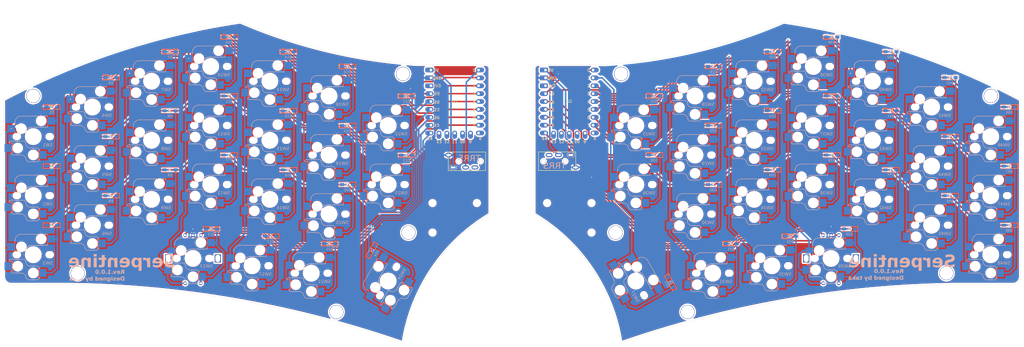
<source format=kicad_pcb>
(kicad_pcb (version 20240108) (generator "pcbnew") (generator_version "8.0")
  (layers (0 "F.Cu" signal) (31 "B.Cu" signal) (34 "B.Paste" user) (35 "F.Paste" user) (36 "B.SilkS" user "B.Silkscreen") (37 "F.SilkS" user "F.Silkscreen") (38 "B.Mask" user) (39 "F.Mask" user) (44 "Edge.Cuts" user))
  (net 0 "")
  (net 1 "Net-(D1-A)")
  (net 2 "Row0")
  (net 3 "Row1")
  (net 4 "Net-(D2-A)")
  (net 5 "Net-(D3-A)")
  (net 6 "Row2")
  (net 7 "Net-(D4-A)")
  (net 8 "Net-(D5-A)")
  (net 9 "Net-(D6-A)")
  (net 10 "Net-(D7-A)")
  (net 11 "Net-(D8-A)")
  (net 12 "Net-(D9-A)")
  (net 13 "Net-(D10-A)")
  (net 14 "Net-(D11-A)")
  (net 15 "Net-(D12-A)")
  (net 16 "Row3")
  (net 17 "Net-(D13-A)")
  (net 18 "Net-(D14-A)")
  (net 19 "Net-(D15-A)")
  (net 20 "Net-(D16-A)")
  (net 21 "Net-(D17-A)")
  (net 22 "Net-(D18-A)")
  (net 23 "Net-(D19-A)")
  (net 24 "Net-(D20-A)")
  (net 25 "Net-(D21-A)")
  (net 26 "Net-(D22-A)")
  (net 27 "Net-(D23-A)")
  (net 28 "Net-(D24-A)")
  (net 29 "Row5")
  (net 30 "Net-(D25-A)")
  (net 31 "Row6")
  (net 32 "Net-(D26-A)")
  (net 33 "Net-(D27-A)")
  (net 34 "Row7")
  (net 35 "Row4")
  (net 36 "Net-(D28-A)")
  (net 37 "Net-(D29-A)")
  (net 38 "Net-(D30-A)")
  (net 39 "Net-(D31-A)")
  (net 40 "Net-(D32-A)")
  (net 41 "Net-(D33-A)")
  (net 42 "Net-(D34-A)")
  (net 43 "Net-(D35-A)")
  (net 44 "Net-(D36-A)")
  (net 45 "Net-(D37-A)")
  (net 46 "Net-(D38-A)")
  (net 47 "Net-(D39-A)")
  (net 48 "Net-(D40-A)")
  (net 49 "Net-(D41-A)")
  (net 50 "Net-(D42-A)")
  (net 51 "Net-(D43-A)")
  (net 52 "Net-(D44-A)")
  (net 53 "Net-(D45-A)")
  (net 54 "Net-(D46-A)")
  (net 55 "Net-(D47-A)")
  (net 56 "Net-(D48-A)")
  (net 58 "+5V")
  (net 59 "DATA_L")
  (net 60 "GND")
  (net 61 "DATA_R")
  (net 62 "GNDR")
  (net 63 "+5VR")
  (net 65 "+3V3")
  (net 67 "+3V3R")
  (net 68 "Col0")
  (net 69 "Col1")
  (net 70 "Col2")
  (net 71 "Col3")
  (net 72 "Col4")
  (net 73 "Col5")
  (net 74 "Col6")
  (net 75 "Col7")
  (net 76 "Col8")
  (net 77 "Col9")
  (net 78 "Col10")
  (net 79 "Col11")
  (net 80 "Col12")
  (net 81 "Col13")
  (net 86 "RE1B")
  (net 87 "RE1A")
  (net 90 "RE2A")
  (net 94 "RE2B")
  (footprint "kbd_Parts:Diode_SMD" (layer "F.Cu") (at 350.043749 82.153126)
    (property "Reference" "D43")
    (property "Value" "D" (hide yes))
  )
  (footprint "kbd_Parts:Diode_SMD" (layer "F.Cu") (at 292.893751 111.918751)
    (property "Reference" "D34")
    (property "Value" "D" (hide yes))
  )
  (footprint "kbd_Parts:Diode_SMD" (layer "F.Cu") (at 369.093749 91.678126)
    (property "Reference" "D46")
    (property "Value" "D" (hide yes))
  )
  (footprint "taka_lib:Kailh FullPOM MX_Hotswap" (layer "F.Cu") (at 363.140625 101.203125)
    (property "Reference" "SW46" (hide yes))
    (property "Value" "SW_Push" (hide yes))
  )
  (footprint "kbd_Parts:Diode_SMD" (layer "F.Cu") (at 79.771876 120.253126)
    (property "Reference" "D6")
    (property "Value" "D" (hide yes))
  )
  (footprint "taka_lib:Kailh FullPOM MX_Hotswap" (layer "F.Cu") (at 54.76875 101.203127)
    (property "Reference" "SW1" (hide yes))
    (property "Value" "SW_Push" (hide yes))
  )
  (footprint "kbd_Hole:m2_Spacer_Hole" (layer "F.Cu") (at 54.768751 88.106251)
    (property "Reference" "Ref**" (hide yes))
    (property "Value" "Val**" (hide yes))
  )
  (footprint "taka_lib:Kailh FullPOM MX_Hotswap" (layer "F.Cu") (at 111.91875 97.63125)
    (property "Reference" "SW11" (hide yes))
    (property "Value" "SW_Push" (hide yes))
  )
  (footprint "taka_lib:Kailh FullPOM MX_Hotswap" (layer "F.Cu") (at 130.968751 102.393752)
    (property "Reference" "SW15" (hide yes))
    (property "Value" "SW_Push" (hide yes))
  )
  (footprint "taka_lib:Kailh FullPOM MX_Hotswap" (layer "F.Cu") (at 150.018751 126.206252)
    (property "Reference" "SW20" (hide yes))
    (property "Value" "SW_Push" (hide yes))
  )
  (footprint "kbd_Hole:m2_Screw_Hole" (layer "F.Cu") (at 234.553124 122.634376)
    (property "Reference" "Ref**" (hide yes))
    (property "Value" "Val**" (hide yes))
  )
  (footprint "kbd_Parts:Diode_SMD" (layer "F.Cu") (at 155.971877 116.681251)
    (property "Reference" "D20")
    (property "Value" "D" (hide yes))
  )
  (footprint "taka_lib:Kailh FullPOM MX_Hotswap" (layer "F.Cu") (at 169.068751 116.681252)
    (property "Reference" "SW23" (hide yes))
    (property "Value" "SW_Push" (hide yes))
  )
  (footprint "kbd_Parts:Diode_SMD" (layer "F.Cu") (at 311.943751 107.156251)
    (property "Reference" "D38")
    (property "Value" "D" (hide yes))
  )
  (footprint "kbd_Parts:Diode_SMD" (layer "F.Cu") (at 175.021875 107.15625)
    (property "Reference" "D23")
    (property "Value" "D" (hide yes))
  )
  (footprint "kbd_Parts:Diode_SMD" (layer "F.Cu") (at 311.943751 88.106251)
    (property "Reference" "D37")
    (property "Value" "D" (hide yes))
  )
  (footprint "taka_lib:Kailh FullPOM MX_Hotswap" (layer "F.Cu") (at 111.91875 78.58125)
    (property "Reference" "SW10" (hide yes))
    (property "Value" "SW_Push" (hide yes))
  )
  (footprint "kbd_Parts:Diode_SMD" (layer "F.Cu") (at 279.55875 135.73125)
    (property "Reference" "D31")
    (property "Value" "D" (hide yes))
  )
  (footprint "taka_lib:Kailh FullPOM MX_Hotswap" (layer "F.Cu") (at 54.76875 120.253127)
    (property "Reference" "SW2" (hide yes))
    (property "Value" "SW_Push" (hide yes))
  )
  (footprint "taka_lib:Kailh FullPOM MX_Hotswap" (layer "F.Cu") (at 267.890625 88.106248)
    (property "Reference" "SW28" (hide yes))
    (property "Value" "SW_Push" (hide yes))
  )
  (footprint "kbd_Parts:Diode_SMD" (layer "F.Cu") (at 254.793749 107.156251)
    (property "Reference" "D26")
    (property "Value" "D" (hide yes))
  )
  (footprint "kbd_Parts:Diode_SMD" (layer "F.Cu") (at 369.093749 129.778125)
    (property "Reference" "D48")
    (property "Value" "D" (hide yes))
  )
  (footprint "kbd_Hole:m2_Screw_Hole" (layer "F.Cu") (at 234.553125 132.159382)
    (property "Reference" "Ref**" (hide yes))
    (property "Value" "Val**" (hide yes))
  )
  (footprint "taka_lib:RP2040 Zero" (layer "F.Cu") (at 190.5 89.892235)
    (property "Reference" "U1")
    (property "Value" "RP2040-Zero")
  )
  (footprint "kbd_Parts:Diode_SMD" (layer "F.Cu") (at 311.932859 69.056233)
    (property "Reference" "D36")
    (property "Value" "D" (hide yes))
  )
  (footprint "kbd_Parts:Diode_SMD" (layer "F.Cu") (at 98.821877 111.91875)
    (property "Reference" "D9")
    (property "Value" "D" (hide yes))
  )
  (footprint "kbd_Hole:m2_Spacer_Hole" (layer "F.Cu") (at 69.05625 145.256252)
    (property "Reference" "Ref**" (hide yes))
    (property "Value" "Val**" (hide yes))
  )
  (footprint "taka_lib:Kailh FullPOM MX_Hotswap" (layer "F.Cu") (at 363.140625 120.253125)
    (property "Reference" "SW47" (hide yes))
    (property "Value" "SW_Push" (hide yes))
  )
  (footprint "taka_lib:Kailh FullPOM MX_Hotswap" (layer "F.Cu") (at 169.068752 147.79625 60)
    (property "Reference" "SW24" (hide yes))
    (property "Value" "SW_Push" (hide yes))
  )
  (footprint "kbd_Parts:Diode_SMD" (layer "F.Cu") (at 131.206875 133.350001)
    (property "Reference" "D17")
    (property "Value" "D" (hide yes))
  )
  (footprint "kbd_Parts:Diode_SMD" (layer "F.Cu") (at 60.721876 110.728126)
    (property "Reference" "D2" (hide yes))
    (property "Value" "D" (hide yes))
  )
  (footprint "kbd_Parts:Diode_SMD" (layer "F.Cu") (at 330.993751 73.818751)
    (property "Reference" "D40")
    (property "Value" "D" (hide yes))
  )
  (footprint "taka_lib:Kailh FullPOM MX_Hotswap" (layer "F.Cu") (at 286.940625 121.44375)
    (property "Reference" "SW34" (hide yes))
    (property "Value" "SW_Push" (hide yes))
  )
  (footprint "kbd_Parts:Diode_SMD" (layer "F.Cu") (at 60.721876 91.678126)
    (property "Reference" "D1")
    (property "Value" "D" (hide yes))
  )
  (footprint "taka_lib:Kailh FullPOM MX_Hotswap" (layer "F.Cu") (at 248.840625 116.68125)
    (property "Reference" "SW26" (hide yes))
    (property "Value" "SW_Push" (hide yes))
  )
  (footprint "kbd_Parts:Diode_SMD" (layer "F.Cu") (at 317.658749 130.968751)
    (property "Reference" "D39")
    (property "Value" "D" (hide yes))
  )
  (footprint "taka_lib:Kailh FullPOM MX_Hotswap" (layer "F.Cu") (at 144.30375 145.256253)
    (property "Reference" "SW21" (hide yes))
    (property "Value" "SW_Push" (hide yes))
  )
  (footprint "taka_lib:Kailh FullPOM MX_Hotswap" (layer "F.Cu") (at 111.918751 116.681252)
    (property "Reference" "SW12" (hide yes))
    (property "Value" "SW_Push" (hide yes))
  )
  (footprint "taka_lib:Kailh FullPOM MX_Hotswap" (layer "F.Cu") (at 292.655626 142.875)
    (property "Reference" "SW35" (hide yes))
    (property "Value" "SW_Push" (hide yes))
  )
  (footprint "taka_lib:Kailh FullPOM MX_Hotswap" (layer "F.Cu") (at 248.840625 147.79625 -60)
    (property "Reference" "SW27" (hide yes))
    (property "Value" "SW_Push" (hide yes))
  )
  (footprint "taka_lib:Kailh FullPOM MX_Hotswap" (layer "F.Cu") (at 344.090626 91.678126)
    (property "Reference" "SW43" (hide yes))
    (property "Value" "SW_Push" (hide yes))
  )
  (footprint "taka_lib:Kailh FullPOM MX_Hotswap_RE" (layer "F.Cu") (at 106.20375 140.493753)
    (property "Reference" "SW13" (hide yes))
    (property "Value" "RotaryEncoder_Switch" (hide yes))
  )
  (footprint "taka_lib:Kailh FullPOM MX_Hotswap" (layer "F.Cu") (at 325.040625 121.443748)
    (property "Reference" "SW42" (hide yes))
    (property "Value" "SW_Push" (hide yes))
  )
  (footprint "kbd_Parts:Diode_SMD" (layer "F.Cu") (at 117.871877 88.10625)
    (property "Reference" "D11")
    (property "Value" "D" (hide yes))
  )
  (footprint "taka_lib:Kailh FullPOM MX_Hotswap" (layer "F.Cu") (at 305.990625 78.581248)
    (property "Reference" "SW36" (hide yes))
    (property "Value" "SW_Push" (hide yes))
  )
  (footprint "taka_lib:Kailh FullPOM MX_Hotswap" (layer "F.Cu") (at 130.968751 121.443752)
    (property "Reference" "SW16" (hide yes))
    (property "Value" "SW_Push" (hide yes))
  )
  (footprint "kbd_Parts:Diode_SMD" (layer "F.Cu") (at 175.021873 88.106252)
    (property "Reference" "D22")
    (property "Value" "D" (hide yes))
  )
  (footprint "taka_lib:Kailh FullPOM MX_Hotswap" (layer "F.Cu") (at 344.090625 129.778125)
    (property "Reference" "SW45" (hide yes))
    (property "Value" "SW_Push" (hide yes))
  )
  (footprint "taka_lib:Kailh FullPOM MX_Hotswap" (layer "F.Cu") (at 125.25375 142.875003)
    (property "Reference" "SW17" (hide yes))
    (property "Value" "SW_Push" (hide yes))
  )
  (footprint "kbd_Parts:Diode_SMD" (layer "F.Cu") (at 117.871877 107.15625)
    (property "Reference" "D12")
    (property "Value" "D" (hide yes))
  )
  (footprint "taka_lib:Kailh FullPOM MX_Hotswap" (layer "F.Cu") (at 267.890625 107.156248)
    (property "Reference" "SW29" (hide yes))
    (property "Value" "SW_Push" (hide yes))
  )
  (footprint "taka_lib:Kailh FullPOM MX_Hotswap" (layer "F.Cu") (at 150.01875 88.10625)
    (property "Reference" "SW18" (hide yes))
    (property "Value" "SW_Push" (hide yes))
  )
  (footprint "kbd_Parts:Diode_SMD" (layer "F.Cu") (at 298.608749 133.350001)
    (property "Reference" "D35")
    (property "Value" "D" (hide yes))
  )
  (footprint "kbd_Parts:Diode_SMD" (layer "F.Cu") (at 254.79375 88.106251)
    (property "Reference" "D25")
    (property "Value" "D" (hide yes))
  )
  (footprint "taka_lib:Kailh FullPOM MX_Hotswap" (layer "F.Cu") (at 325.040625 83.343748)
    (property "Reference" "SW40" (hide yes))
    (property "Value" "SW_Push" (hide yes))
  )
  (footprint "taka_lib:Kailh FullPOM MX_Hotswap" (layer "F.Cu") (at 267.890625 126.20625)
    (property "Reference" "SW30" (hide yes))
    (property "Value" "SW_Push" (hide yes))
  )
  (footprint "taka_lib:Kailh FullPOM MX_Hotswap" (layer "F.Cu") (at 305.990625 116.681248)
    (property "Reference" "SW38" (hide yes))
    (property "Value" "SW_Push" (hide yes))
  )
  (footprint "kbd_Parts:Diode_SMD" (layer "F.Cu") (at 273.843751 97.631251)
    (property "Reference" "D29")
    (property "Value" "D" (hide yes))
  )
  (footprint "kbd_Hole:m2_Spacer_Hole" (layer "F.Cu") (at 348.853125 145.25625)
    (property "Reference" "Ref**" (hide yes))
    (property "Value" "Val**" (hide yes))
  )
  (footprint "kbd_Hole:m2_Screw_Hole" (layer "F.Cu") (at 183.35625 132.159449 180)
    (property "Reference" "Ref**" (hide yes))
    (property "Value" "Val**" (hide yes))
  )
  (footprint "kbd_Parts:Diode_SMD" (layer "F.Cu") (at 330.99375 111.91875)
    (property "Reference" "D42")
    (property "Value" "D" (hide yes))
  )
  (footprint "kbd_Parts:Diode_SMD" (layer "F.Cu") (at 350.043749 120.253125)
    (property "Reference" "D45")
    (property "Value" "D" (hide yes))
  )
  (footprint "taka_lib:Kailh FullPOM MX_Hotswap" (layer "F.Cu") (at 325.040625 102.393748)
    (property "Reference" "SW41" (hide yes))
    (property "Value" "SW_Push" (hide yes))
  )
  (footprint "kbd_Hole:m2_Screw_Hole" (layer "F.Cu") (at 197.64375 122.634375)
    (property "Reference" "Ref**" (hide yes))
    (property "Value" "Val**" (hide yes))
  )
  (footprint "kbd_Parts:Diode_SMD" (layer "F.Cu") (at 60.721875 129.778203)
    (property "Reference" "D3" (hide yes))
    (property "Value" "D" (hide yes))
  )
  (footprint "taka_lib:Kailh FullPOM MX_Hotswap" (layer "F.Cu") (at 150.018751 107.156252)
    (property "Reference" "SW19" (hide yes))
    (property "Value" "SW_Push" (hide yes))
  )
  (footprint "kbd_Parts:Diode_SMD" (layer "F.Cu") (at 136.921877 73.81875)
    (property "Reference" "D14")
    (property "Value" "D" (hide yes))
  )
  (footprint "taka_lib:Kailh FullPOM MX_Hotswap" (layer "F.Cu") (at 363.140625 139.303123)
    (property "Reference" "SW48" (hide yes))
    (property "Value" "SW_Push" (hide yes))
  )
  (footprint "kbd_Parts:Diode_SMD" (layer "F.Cu") (at 292.893751 92.868751)
    (property "Reference" "D33")
    (property "Value" "D" (hide yes))
  )
  (footprint "kbd_Parts:Diode_SMD" (layer "F.Cu") (at 273.843751 78.581251)
    (property "Reference" "D28")
    (property "Value" "D" (hide yes))
  )
  (footprint "kbd_Hole:m2_Spacer_Hole" (layer "F.Cu") (at 152.400118 157.757912)
    (property "Reference" "Ref**" (hide yes))
    (property "Value" "Val**" (hide yes))
  )
  (footprint "kbd_Hole:m2_Spacer_Hole" (layer "F.Cu") (at 265.509307 157.757831)
    (property "Reference" "Ref**" (hide yes))
    (property "Value" "Val**" (hide yes))
  )
  (footprint "kbd_Parts:Diode_SMD" (layer "F.Cu") (at 79.771876 82.153126)
    (property "Reference" "D4")
    (property "Value" "D" (hide yes))
  )
  (footprint "kbd_Hole:m2_Spacer_Hole" (layer "F.Cu") (at 244.078125 80.962498)
    (property "Reference" "Ref**" (hide yes))
    (property "Value" "Val**" (hide yes))
  )
  (footprint "taka_lib:Kailh FullPOM MX_Hotswap" (layer "F.Cu") (at 169.068751 97.631252)
    (property "Reference" "SW22" (hide yes))
    (property "Value" "SW_Push" (hide yes))
  )
  (footprint "taka_lib:Kailh FullPOM MX_Hotswap" (layer "F.Cu") (at 286.940625 102.393748)
    (property "Reference" "SW33" (hide yes))
    (property "Value" "SW_Push" (hide yes))
  )
  (footprint "taka_lib:RP2040 Zero" (layer "F.Cu") (at 227.409236 89.892231)
    (property "Reference" "U2")
    (property "Value" "RP2040-Zero")
  )
  (footprint "taka_lib:Kailh FullPOM MX_Hotswap" (layer "F.Cu") (at 73.818748 91.678126)
    (property "Reference" "SW4" (hide yes))
    (property "Value" "SW_Push" (hide yes))
  )
  (footprint "kbd_Parts:Diode_SMD" (layer "F.Cu") (at 292.893751 73.818751)
    (property "Reference" "D32")
    (property "Value" "D" (hide yes))
  )
  (footprint "kbd_Parts:Diode_SMD" (layer "F.Cu") (at 98.821877 73.81875)
    (property "Reference" "D7")
    (property "Value" "D" (hide yes))
  )
  (footprint "taka_lib:Kailh FullPOM MX_Hotswap" (layer "F.Cu") (at 248.840625 97.631248)
    (property "Reference" "SW25" (hide yes))
    (property "Value" "SW_Push" (hide yes))
  )
  (footprint "kbd_Hole:m2_Spacer_Hole" (layer "F.Cu") (at 363.140624 88.106251)
    (property "Reference" "Ref**" (hide yes))
    (property "Value" "Val**" (hide yes))
  )
  (footprint "kbd_Hole:m2_Spacer_Hole" (layer "F.Cu") (at 175.617194 132.159406)
    (property "Reference" "Ref**" (hide yes))
    (property "Value" "Val**" (hide yes))
  )
  (footprint "taka_lib:Kailh FullPOM MX_Hotswap" (layer "F.Cu") (at 92.86875 83.34375)
    (property "Reference" "SW7" (hide yes))
    (property "Value" "SW_Push" (hide yes))
  )
  (footprint "kbd_Parts:Diode_SMD" (layer "F.Cu") (at 117.871877 69.05625)
    (property "Reference" "D10")
    (property "Value" "D" (hide yes))
  )
  (footprint "kbd_Parts:Diode_SMD" (layer "F.Cu") (at 112.156875 130.96875)
    (property "Reference" "D13")
    (property "Value" "D" (hide yes))
  )
  (footprint "taka_lib:Kailh FullPOM MX_Hotswap" (layer "F.Cu") (at 92.868751 102.393751)
    (property "Reference" "SW8" (hide yes))
    (property "Value" "SW_Push" (hide yes))
  )
  (footprint "kbd_Parts:Diode_SMD" (layer "F.Cu") (at 260.066079 148.189308 -60)
    (property "Reference" "D27")
    (property "Value" "D" (hide yes))
  )
  (footprint "kbd_Parts:Diode_SMD" (layer "F.Cu") (at 136.921877 111.91875)
    (property "Reference" "D16")
    (property "Value" "D" (hide yes))
  )
  (footprint "taka_lib:Kailh FullPOM MX_Hotswap" (layer "F.Cu") (at 73.818749 129.778128)
    (property "Reference" "SW6" (hide yes))
    (property "Value" "SW_Push" (hide yes))
  )
  (footprint "taka_lib:Kailh FullPOM MX_Hotswap" (layer "F.Cu") (at 273.605626 145.25625)
    (property "Reference" "SW31" (hide yes))
    (property "Value" "SW_Push" (hide yes))
  )
  (footprint "taka_lib:Kailh FullPOM MX_Hotswap" (layer "F.Cu") (at 54.768751 139.303124)
    (property "Reference" "SW3" (hide yes))
    (property "Value" "SW_Push" (hide yes))
  )
  (footprint "taka_lib:Kailh FullPOM MX_Hotswap_RE" (layer "F.Cu") (at 311.705625 140.49375)
    (property "Reference" "SW39" (hide yes))
    (property "Value" "RotaryEncoder_Switch" (hide yes))
  )
  (footprint "kbd_Parts:Diode_SMD" (layer "F.Cu") (at 150.256875 135.731251)
    (property "Reference" "D21")
    (property "Value" "D" (hide yes))
  )
  (footprint "kbd_Parts:Diode_SMD" (layer "F.Cu") (at 350.043749 101.203125)
    (property "Reference" "D44")
    (property "Value" "D" (hide yes))
  )
  (footprint "kbd_Parts:Diode_SMD" (layer "F.Cu") (at 163.796421 137.878192 60)
    (property "Reference" "D24")
    (property "Value" "D" (hide yes))
  )
  (footprint "taka_lib:Kailh FullPOM MX_Hotswap" (layer "F.Cu") (at 130.96875 83.34375)
    (property "Reference" "SW14" (hide yes))
    (property "Value" "SW_Push" (hide yes))
  )
  (footprint "kbd_Parts:Diode_SMD" (layer "F.Cu") (at 273.843751 116.681251)
    (property "Reference" "D30")
    (property "Value" "D" (hide yes))
  )
  (footprint "kbd_Parts:Diode_SMD" (layer "F.Cu") (at 330.993751 92.868751)
    (property "Reference" "D41")
    (property "Value" "D" (hide yes))
  )
  (footprint "kbd_Parts:Diode_SMD" (layer "F.Cu") (at 369.093749 110.728125)
    (property "Reference" "D47")
    (property "Value" "D" (hide yes))
  )
  (footprint "kbd_Hole:m2_Screw_Hole" (layer "F.Cu") (at 220.265625 122.634375)
    (property "Reference" "Ref**" (hide yes))
    (property "Value" "Val**" (hide yes))
  )
  (footprint "kbd_Hole:m2_Screw_Hole" (layer "F.Cu") (at 183.35625 122.634375)
    (property "Reference" "Ref**" (hide yes))
    (property "Value" "Val**" (hide yes))
  )
  (footprint "taka_lib:Kailh FullPOM MX_Hotswap" (layer "F.Cu") (at 344.090625 110.728125)
    (property "Reference" "SW44" (hide yes))
    (property "Value" "SW_Push" (hide yes))
  )
  (footprint "kbd_Parts:Diode_SMD" (layer "F.Cu") (at 155.971877 78.581251)
    (property "Reference" "D18")
    (property "Value" "D" (hide yes))
  )
  (footprint "taka_lib:Kailh FullPOM MX_Hotswap" (layer "F.Cu") (at 286.940625 83.343748)
    (property "Reference" "SW32" (hide yes))
    (property "Value" "SW_Push" (hide yes))
  )
  (footprint "kbd_Parts:Diode_SMD" (layer "F.Cu") (at 79.771876 101.203126)
    (property "Reference" "D5")
    (property "Value" "D" (hide yes))
  )
  (footprint "taka_lib:Kailh FullPOM MX_Hotswap" (layer "F.Cu") (at 305.990625 97.631248)
    (property "Reference" "SW37" (hide yes))
    (property "Value" "SW_Push" (hide yes))
  )
  (footprint "kbd_Parts:Diode_SMD" (layer "F.Cu") (at 136.921877 92.86875)
    (property "Reference" "D15")
    (property "Value" "D" (hide yes))
  )
  (footprint "kbd_Hole:m2_Spacer_Hole" (layer "F.Cu") (at 173.831249 80.962501)
    (property "Reference" "Ref**" (hide yes))
    (property "Value" "Val**" (hide yes))
  )
  (footprint "kbd_Parts:Diode_SMD" (layer "F.Cu") (at 98.821877 92.86875)
    (property "Reference" "D8")
    (property "Value" "D" (hide yes))
  )
  (footprint "taka_lib:Kailh FullPOM MX_Hotswap" (layer "F.Cu") (at 92.868751 121.443752)
    (property "Reference" "SW9" (hide yes))
    (property "Value" "SW_Push" (hide yes))
  )
  (footprint "taka_lib:Kailh FullPOM MX_Hotswap" (layer "F.Cu") (at 73.81875 110.728127)
    (property "Reference" "SW5" (hide yes))
    (property "Value" "SW_Push" (hide yes))
  )
  (footprint "kbd_Parts:Diode_SMD" (layer "F.Cu") (at 155.971876 97.631251)
    (property "Reference" "D19")
    (property "Value" "D" (hide yes))
  )
  (footprint "kbd_Parts:TRRS_MJ-4PP-9" (layer "B.Cu") (at 194.310966 109.156251 90)
    (property "Reference" "JACK1" (hide yes))
    (property "Value" "MJ-4PP-9" (hide yes))
  )
  (footprint "kbd_Hole:m2_Spacer_Hole" (layer "B.Cu") (at 242.292181 132.159372 180)
    (property "Reference" "Ref**" (hide yes))
    (property "Value" "Val**" (hide yes))
  )
  (footprint "kbd_Parts:TRRS_MJ-4PP-9" (layer "B.Cu") (at 223.598428 109.156251 -90)
    (property "Reference" "JACK2" (hide yes))
    (property "Value" "MJ-4PP-9" (hide yes))
  )
  (gr_arc (start 296.465625 64.293748) (mid 335.637673 73.528115) (end 372.665625 89.296876) (stroke (width 0.05)) (layer "Edge.Cuts"))
  (gr_arc (start 296.46569 64.293779) (mid 268.483861 73.615551) (end 239.315774 77.986008) (stroke (width 0.05)) (layer "Edge.Cuts"))
  (gr_arc (start 216.098459 126.206261) (mid 234.723911 143.798219) (end 244.066199 167.654163) (stroke (width 0.05)) (layer "Edge.Cuts"))
  (gr_line (start 372.665625 89.296876) (end 372.665625 146.446873) (stroke (width 0.05)) (layer "Edge.Cuts"))
  (gr_arc (start 216.098459 79.176523) (mid 216.447217 78.334665) (end 217.289081 77.985897) (stroke (width 0.05)) (layer "Edge.Cuts"))
  (gr_arc (start 45.24375 89.296877) (mid 82.2717 73.528113) (end 121.44375 64.29375) (stroke (width 0.05)) (layer "Edge.Cuts"))
  (gr_arc (start 178.593758 77.986001) (mid 149.425671 73.615545) (end 121.443843 64.293771) (stroke (width 0.05)) (layer "Edge.Cuts"))
  (gr_line (start 201.810997 126.206344) (end 201.810966 79.176606) (stroke (width 0.05)) (layer "Edge.Cuts"))
  (gr_line (start 217.289081 77.985897) (end 239.315775 77.985978) (stroke (width 0.05)) (layer "Edge.Cuts"))
  (gr_arc (start 372.665625 146.446873) (mid 371.968188 148.130686) (end 370.284375 148.828123) (stroke (width 0.05)) (layer "Edge.Cuts"))
  (gr_arc (start 200.620344 77.98598) (mid 201.462225 78.334731) (end 201.810966 79.176606) (stroke (width 0.05)) (layer "Edge.Cuts"))
  (gr_line (start 47.625031 148.828217) (end 66.675031 148.828217) (stroke (width 0.05)) (layer "Edge.Cuts"))
  (gr_line (start 216.098459 79.176523) (end 216.098428 126.206261) (stroke (width 0.05)) (layer "Edge.Cuts"))
  (gr_arc (start 47.625031 148.828217) (mid 45.941186 148.130809) (end 45.243781 146.446967) (stroke (width 0.05)) (layer "Edge.Cuts"))
  (gr_arc (start 244.066199 167.654163) (mid 296.896095 153.947814) (end 351.234395 148.828136) (stroke (width 0.05)) (layer "Edge.Cuts"))
  (gr_arc (start 66.675031 148.828217) (mid 121.013331 153.947894) (end 173.843226 167.654246) (stroke (width 0.05)) (layer "Edge.Cuts"))
  (gr_arc (start 173.843226 167.654246) (mid 183.185514 143.798301) (end 201.810966 126.206344) (stroke (width 0.05)) (layer "Edge.Cuts"))
  (gr_line (start 45.243753 146.446967) (end 45.24375 89.296967) (stroke (width 0.05)) (layer "Edge.Cuts"))
  (gr_line (start 178.593758 77.985922) (end 200.620344 77.98598) (stroke (width 0.05)) (layer "Edge.Cuts"))
  (gr_line (start 351.234374 148.828124) (end 370.284375 148.828123) (stroke (width 0.05)) (layer "Edge.Cuts"))
  (gr_text "Rev.1.0.0\nDesigned by taka" (at 335.104276 147.616461 0) (layer "B.SilkS") (effects (font (size 1.3 1.3) (thickness 0.25) (bold yes)) (justify left bottom mirror)))
  (gr_text "Serpentine" (at 334.565625 141.684376 0) (layer "B.SilkS") (effects (font (size 4 4) (thickness 0.3) (bold yes)) (justify mirror)))
  (gr_text "Rev.1.0.0\nDesigned by taka" (at 84.236542 147.88177 0) (layer "B.SilkS") (effects (font (size 1.3 1.3) (thickness 0.25) (bold yes)) (justify left bottom mirror)))
  (gr_text "Serpentine" (at 83.343749 141.684378 0) (layer "B.SilkS") (effects (font (size 4 4) (thickness 0.3) (bold yes)) (justify mirror)))
  (segment (start 60.764119 107.103125) (end 62.496875 105.370372) (width 0.5) (layer "B.Cu") (net 1))
  (segment (start 62.496875 97.03599) (end 62.496875 105.370372) (width 0.5) (layer "B.Cu") (net 1))
  (segment (start 57.868749 107.103126) (end 60.764119 107.103125) (width 0.5) (layer "B.Cu") (net 1))
  (segment (start 62.496875 91.678126) (end 62.496876 95.25005) (width 0.5) (layer "B.Cu") (net 1))
  (segment (start 62.496876 95.25005) (end 62.496875 97.03599) (width 0.5) (layer "B.Cu") (net 1))
  (arc (start 61.6238 96.123126) (mid 62.241157 95.867407) (end 62.496876 95.25005) (width 0.5) (layer "B.Cu") (net 1))
  (arc (start 61.584012 96.123127) (mid 62.229504 96.390498) (end 62.496875 97.03599) (width 0.5) (layer "B.Cu") (net 1))
  (segment (start 70.246775 82.153167) (end 60.721767 91.678175) (width 0.5) (layer "F.Cu") (net 2))
  (segment (start 155.971847 78.581289) (end 141.684334 78.581288) (width 0.5) (layer "F.Cu") (net 2))
  (segment (start 122.634316 73.818786) (end 117.871815 69.056282) (width 0.5) (layer "F.Cu") (net 2))
  (segment (start 177.801814 87.352235) (end 177.047755 88.106294) (width 0.5) (layer "F.Cu") (net 2))
  (segment (start 175.021862 88.106296) (end 165.496855 88.106297) (width 0.5) (layer "F.Cu") (net 2))
  (segment (start 136.921831 73.818785) (end 122.634316 73.818786) (width 0.5) (layer "F.Cu") (net 2))
  (segment (start 102.192999 73.818785) (end 98.821797 73.818784) (width 0.5) (layer "F.Cu") (net 2))
  (segment (start 141.684334 78.581288) (end 136.921831 73.818785) (width 0.5) (layer "F.Cu") (net 2))
  (segment (start 117.871815 69.056282) (end 106.955504 69.05628) (width 0.5) (layer "F.Cu") (net 2))
  (segment (start 177.047755 88.106294) (end 175.021864 88.106294) (width 0.5) (layer "F.Cu") (net 2))
  (segment (start 106.955504 69.05628) (end 102.192999 73.818785) (width 0.5) (layer "F.Cu") (net 2))
  (segment (start 165.496855 88.106297) (end 155.971847 78.581289) (width 0.5) (layer "F.Cu") (net 2))
  (segment (start 182.83 87.352235) (end 177.801814 87.352235) (width 0.5) (layer "F.Cu") (net 2))
  (segment (start 98.821797 73.818784) (end 88.106164 73.818785) (width 0.5) (layer "F.Cu") (net 2))
  (segment (start 88.106164 73.818785) (end 79.771782 82.153166) (width 0.5) (layer "F.Cu") (net 2))
  (segment (start 79.771782 82.153166) (end 70.246775 82.153167) (width 0.5) (layer "F.Cu") (net 2))
  (via (at 79.771784 82.153163) (size 0.6) (drill 0.3) (layers "F.Cu" "B.Cu") (net 2))
  (via (at 136.921833 73.818783) (size 0.6) (drill 0.3) (layers "F.Cu" "B.Cu") (net 2))
  (via (at 98.821799 73.818781) (size 0.6) (drill 0.3) (layers "F.Cu" "B.Cu") (net 2))
  (via (at 60.721768 91.678171) (size 0.6) (drill 0.3) (layers "F.Cu" "B.Cu") (net 2))
  (via (at 155.971848 78.581285) (size 0.6) (drill 0.3) (layers "F.Cu" "B.Cu") (net 2))
  (via (at 117.871816 69.056278) (size 0.6) (drill 0.3) (layers "F.Cu" "B.Cu") (net 2))
  (via (at 175.021864 88.106294) (size 0.6) (drill 0.3) (layers "F.Cu" "B.Cu") (net 2))
  (segment (start 136.921833 73.818783) (end 135.146906 73.818784) (width 0.5) (layer "B.Cu") (net 2))
  (segment (start 175.021864 88.106294) (end 173.246917 88.106295) (width 0.5) (layer "B.Cu") (net 2))
  (segment (start 58.946875 91.678125) (end 60.721721 91.678127) (width 0.5) (layer "B.Cu") (net 2))
  (segment (start 98.821799 73.818781) (end 97.046906 73.818784) (width 0.5) (layer "B.Cu") (net 2))
  (segment (start 60.721721 91.678127) (end 60.721768 91.678171) (width 0.5) (layer "B.Cu") (net 2))
  (segment (start 117.871816 69.056278) (end 116.096904 69.056278) (width 0.5) (layer "B.Cu") (net 2))
  (segment (start 79.771784 82.153163) (end 77.996914 82.153165) (width 0.5) (layer "B.Cu") (net 2))
  (segment (start 155.971848 78.581285) (end 154.196911 78.581285) (width 0.5) (layer "B.Cu") (net 2))
  (segment (start 98.821905 92.868739) (end 102.193106 92.86874) (width 0.5) (layer "F.Cu") (net 3))
  (segment (start 136.921936 92.86874) (end 141.684441 97.631244) (width 0.5) (layer "F.Cu") (net 3))
  (segment (start 106.955611 88.106237) (end 117.871922 88.106237) (width 0.5) (layer "F.Cu") (net 3))
  (segment (start 117.871922 88.106237) (end 122.634426 92.868739) (width 0.5) (layer "F.Cu") (net 3))
  (segment (start 102.193106 92.86874) (end 106.955611 88.106237) (width 0.5) (layer "F.Cu") (net 3))
  (segment (start 141.684441 97.631244) (end 155.971955 97.631244) (width 0.5) (layer "F.Cu") (net 3))
  (segment (start 165.496963 107.15625) (end 175.02197 107.156251) (width 0.5) (layer "F.Cu") (net 3))
  (segment (start 70.246883 101.20312) (end 79.771891 101.20312) (width 0.5) (layer "F.Cu") (net 3))
  (segment (start 79.771891 101.20312) (end 88.106271 92.868739) (width 0.5) (layer "F.Cu") (net 3))
  (segment (start 60.721875 110.72813) (end 70.246883 101.20312) (width 0.5) (layer "F.Cu") (net 3))
  (segment (start 88.106271 92.868739) (end 98.821905 92.868739) (width 0.5) (layer "F.Cu") (net 3))
  (segment (start 155.971955 97.631244) (end 165.496963 107.15625) (width 0.5) (layer "F.Cu") (net 3))
  (segment (start 122.634426 92.868739) (end 136.921936 92.86874) (width 0.5) (layer "F.Cu") (net 3))
  (via (at 79.771891 101.203117) (size 0.6) (drill 0.3) (layers "F.Cu" "B.Cu") (net 3))
  (via (at 136.921938 92.868737) (size 0.6) (drill 0.3) (layers "F.Cu" "B.Cu") (net 3))
  (via (at 98.821907 92.868737) (size 0.6) (drill 0.3) (layers "F.Cu" "B.Cu") (net 3))
  (via (at 175.021972 107.156249) (size 0.6) (drill 0.3) (layers "F.Cu" "B.Cu") (net 3))
  (via (at 60.721876 110.728126) (size 0.6) (drill 0.3) (layers "F.Cu" "B.Cu") (net 3))
  (via (at 117.871923 88.106233) (size 0.6) (drill 0.3) (layers "F.Cu" "B.Cu") (net 3))
  (via (at 155.971956 97.63124) (size 0.6) (drill 0.3) (layers "F.Cu" "B.Cu") (net 3))
  (segment (start 155.971956 97.63124) (end 154.197019 97.63124) (width 0.5) (layer "B.Cu") (net 3))
  (segment (start 117.871923 88.106233) (end 116.097011 88.106233) (width 0.5) (layer "B.Cu") (net 3))
  (segment (start 175.021972 107.156249) (end 173.247025 107.15625) (width 0.5) (layer "B.Cu") (net 3))
  (segment (start 58.946983 110.728081) (end 60.72183 110.728079) (width 0.5) (layer "B.Cu") (net 3))
  (segment (start 79.771891 101.203117) (end 77.99702 101.203119) (width 0.5) (layer "B.Cu") (net 3))
  (segment (start 181.808416 89.892234) (end 177.507801 94.192847) (width 0.5) (layer "B.Cu") (net 3))
  (segment (start 60.72183 110.728079) (end 60.721876 110.728126) (width 0.5) (layer "B.Cu") (net 3))
  (segment (start 98.821907 92.868737) (end 97.047015 92.868735) (width 0.5) (layer "B.Cu") (net 3))
  (segment (start 136.921938 92.868737) (end 135.147016 92.868735) (width 0.5) (layer "B.Cu") (net 3))
  (segment (start 177.507802 104.670419) (end 175.021972 107.156249) (width 0.5) (layer "B.Cu") (net 3))
  (segment (start 177.507801 94.192847) (end 177.507802 104.670419) (width 0.5) (layer "B.Cu") (net 3))
  (segment (start 62.507705 114.300091) (end 62.507707 116.086028) (width 0.5) (layer "B.Cu") (net 4))
  (segment (start 57.879582 126.153166) (end 60.774952 126.153166) (width 0.5) (layer "B.Cu") (net 4))
  (segment (start 62.507705 110.728167) (end 62.507705 114.300091) (width 0.5) (layer "B.Cu") (net 4))
  (segment (start 60.774952 126.153166) (end 62.507705 124.420411) (width 0.5) (layer "B.Cu") (net 4))
  (segment (start 62.507707 116.086028) (end 62.507705 124.420411) (width 0.5) (layer "B.Cu") (net 4))
  (arc (start 61.594844 115.173165) (mid 62.240336 115.440536) (end 62.507707 116.086028) (width 0.5) (layer "B.Cu") (net 4))
  (arc (start 61.634629 115.173167) (mid 62.251989 114.917447) (end 62.507705 114.300091) (width 0.5) (layer "B.Cu") (net 4))
  (segment (start 62.507705 135.136069) (end 62.507707 143.47045) (width 0.5) (layer "B.Cu") (net 5))
  (segment (start 62.507707 129.778204) (end 62.507705 133.350127) (width 0.5) (layer "B.Cu") (net 5))
  (segment (start 57.87958 145.203204) (end 60.77495 145.203204) (width 0.5) (layer "B.Cu") (net 5))
  (segment (start 60.77495 145.203204) (end 62.507707 143.47045) (width 0.5) (layer "B.Cu") (net 5))
  (segment (start 62.507705 133.350127) (end 62.507705 135.136069) (width 0.5) (layer "B.Cu") (net 5))
  (arc (start 61.594842 134.223206) (mid 62.240334 134.490577) (end 62.507705 135.136069) (width 0.5) (layer "B.Cu") (net 5))
  (arc (start 61.634631 134.223204) (mid 62.251989 133.967487) (end 62.507705 133.350127) (width 0.5) (layer "B.Cu") (net 5))
  (segment (start 88.106192 111.91875) (end 98.821827 111.918751) (width 0.5) (layer "F.Cu") (net 6))
  (segment (start 172.283487 125.610938) (end 164.901557 125.610938) (width 0.5) (layer "F.Cu") (net 6))
  (segment (start 141.684363 116.681254) (end 155.971875 116.681253) (width 0.5) (layer "F.Cu") (net 6))
  (segment (start 164.901557 125.610938) (end 155.971875 116.681253) (width 0.5) (layer "F.Cu") (net 6))
  (segment (start 70.246803 120.253133) (end 79.771812 120.253133) (width 0.5) (layer "F.Cu") (net 6))
  (segment (start 136.921859 111.91875) (end 141.684363 116.681254) (width 0.5) (layer "F.Cu") (net 6))
  (segment (start 106.955533 107.156246) (end 117.871844 107.156248) (width 0.5) (layer "F.Cu") (net 6))
  (segment (start 98.821827 111.918751) (end 102.193029 111.91875) (width 0.5) (layer "F.Cu") (net 6))
  (segment (start 60.721795 129.778139) (end 70.246803 120.253133) (width 0.5) (layer "F.Cu") (net 6))
  (segment (start 102.193029 111.91875) (end 106.955533 107.156246) (width 0.5) (layer "F.Cu") (net 6))
  (segment (start 79.771812 120.253133) (end 88.106192 111.91875) (width 0.5) (layer "F.Cu") (net 6))
  (segment (start 117.871844 107.156248) (end 122.634347 111.918753) (width 0.5) (layer "F.Cu") (net 6))
  (segment (start 122.634347 111.918753) (end 136.921859 111.91875) (width 0.5) (layer "F.Cu") (net 6))
  (via (at 98.821828 111.918747) (size 0.6) (drill 0.3) (layers "F.Cu" "B.Cu") (net 6))
  (via (at 172.283487 125.610935) (size 0.6) (drill 0.3) (layers "F.Cu" "B.Cu") (net 6))
  (via (at 117.871845 107.156244) (size 0.6) (drill 0.3) (layers "F.Cu" "B.Cu") (net 6))
  (via (at 155.971877 116.681251) (size 0.6) (drill 0.3) (layers "F.Cu" "B.Cu") (net 6))
  (via (at 79.771812 120.25313) (size 0.6) (drill 0.3) (layers "F.Cu" "B.Cu") (net 6))
  (via (at 60.721797 129.778137) (size 0.6) (drill 0.3) (layers "F.Cu" "B.Cu") (net 6))
  (via (at 136.921859 111.918747) (size 0.6) (drill 0.3) (layers "F.Cu" "B.Cu") (net 6))
  (segment (start 177.507801 121.138506) (end 173.035374 125.610933) (width 0.5) (layer "B.Cu") (net 6))
  (segment (start 173.035374 125.610933) (end 172.283487 125.610935) (width 0.5) (layer "B.Cu") (net 6))
  (segment (start 117.871845 107.156244) (end 116.096933 107.156244) (width 0.5) (layer "B.Cu") (net 6))
  (segment (start 58.946904 129.778092) (end 60.721751 129.778093) (width 0.5) (layer "B.Cu") (net 6))
  (segment (start 60.721751 129.778093) (end 60.721797 129.778137) (width 0.5) (layer "B.Cu") (net 6))
  (segment (start 177.5078 108.242416) (end 177.507801 121.138506) (width 0.5) (layer "B.Cu") (net 6))
  (segment (start 155.971877 116.681251) (end 154.19694 116.681251) (width 0.5) (layer "B.Cu") (net 6))
  (segment (start 98.821828 111.918747) (end 97.046935 111.91875) (width 0.5) (layer "B.Cu") (net 6))
  (segment (start 136.921859 111.918747) (end 135.146935 111.91875) (width 0.5) (layer "B.Cu") (net 6))
  (segment (start 182.622945 92.432232) (end 178.207801 96.847378) (width 0.5) (layer "B.Cu") (net 6))
  (segment (start 178.207802 107.542414) (end 177.5078 108.242416) (width 0.5) (layer "B.Cu") (net 6))
  (segment (start 178.207801 96.847378) (end 178.207802 107.542414) (width 0.5) (layer "B.Cu") (net 6))
  (segment (start 79.771812 120.25313) (end 77.996943 120.253131) (width 0.5) (layer "B.Cu") (net 6))
  (segment (start 76.929598 97.578164) (end 79.824967 97.578165) (width 0.5) (layer "B.Cu") (net 7))
  (segment (start 81.557723 85.725088) (end 81.557723 87.511026) (width 0.5) (layer "B.Cu") (net 7))
  (segment (start 81.557722 82.153164) (end 81.557723 85.725088) (width 0.5) (layer "B.Cu") (net 7))
  (segment (start 81.557723 87.511026) (end 81.557721 95.845409) (width 0.5) (layer "B.Cu") (net 7))
  (segment (start 79.824967 97.578165) (end 81.557721 95.845409) (width 0.5) (layer "B.Cu") (net 7))
  (arc (start 80.644859 86.598162) (mid 81.290352 86.865534) (end 81.557723 87.511026) (width 0.5) (layer "B.Cu") (net 7))
  (arc (start 80.684647 86.598164) (mid 81.302004 86.342447) (end 81.557723 85.725088) (width 0.5) (layer "B.Cu") (net 7))
  (segment (start 81.557721 101.203181) (end 81.557721 104.775105) (width 0.5) (layer "B.Cu") (net 8))
  (segment (start 81.557721 104.775105) (end 81.557722 106.561041) (width 0.5) (layer "B.Cu") (net 8))
  (segment (start 76.929596 116.62818) (end 79.824967 116.62818) (width 0.5) (layer "B.Cu") (net 8))
  (segment (start 79.824967 116.62818) (end 81.557721 114.895427) (width 0.5) (layer "B.Cu") (net 8))
  (segment (start 81.557722 106.561041) (end 81.557721 114.895427) (width 0.5) (layer "B.Cu") (net 8))
  (arc (start 80.644857 105.64818) (mid 81.290352 105.915551) (end 81.557722 106.561041) (width 0.5) (layer "B.Cu") (net 8))
  (arc (start 80.684645 105.648181) (mid 81.302005 105.392463) (end 81.557721 104.775105) (width 0.5) (layer "B.Cu") (net 8))
  (segment (start 81.557721 125.61106) (end 81.557722 133.945442) (width 0.5) (layer "B.Cu") (net 9))
  (segment (start 81.557722 120.253195) (end 81.557723 123.825121) (width 0.5) (layer "B.Cu") (net 9))
  (segment (start 81.557723 123.825121) (end 81.557721 125.61106) (width 0.5) (layer "B.Cu") (net 9))
  (segment (start 76.929597 135.678196) (end 79.824967 135.678196) (width 0.5) (layer "B.Cu") (net 9))
  (segment (start 79.824967 135.678196) (end 81.557722 133.945442) (width 0.5) (layer "B.Cu") (net 9))
  (arc (start 80.644858 124.698196) (mid 81.29035 124.965568) (end 81.557721 125.61106) (width 0.5) (layer "B.Cu") (net 9))
  (arc (start 80.684647 124.698197) (mid 81.302005 124.442477) (end 81.557723 123.825121) (width 0.5) (layer "B.Cu") (net 9))
  (segment (start 100.607738 79.176644) (end 100.607739 87.511027) (width 0.5) (layer "B.Cu") (net 10))
  (segment (start 100.607738 73.818782) (end 100.607739 77.390704) (width 0.5) (layer "B.Cu") (net 10))
  (segment (start 95.979612 89.243781) (end 98.874982 89.243781) (width 0.5) (layer "B.Cu") (net 10))
  (segment (start 98.874982 89.243781) (end 100.607739 87.511027) (width 0.5) (layer "B.Cu") (net 10))
  (segment (start 100.607739 77.390704) (end 100.607738 79.176644) (width 0.5) (layer "B.Cu") (net 10))
  (arc (start 99.734663 78.26378) (mid 100.352018 78.008064) (end 100.607739 77.390704) (width 0.5) (layer "B.Cu") (net 10))
  (arc (start 99.694875 78.263782) (mid 100.340367 78.531153) (end 100.607738 79.176644) (width 0.5) (layer "B.Cu") (net 10))
  (segment (start 100.607739 92.868797) (end 100.607738 96.44072) (width 0.5) (layer "B.Cu") (net 11))
  (segment (start 98.874983 108.293797) (end 100.607737 106.561043) (width 0.5) (layer "B.Cu") (net 11))
  (segment (start 95.979613 108.293797) (end 98.874983 108.293797) (width 0.5) (layer "B.Cu") (net 11))
  (segment (start 100.607738 96.44072) (end 100.60774 98.226661) (width 0.5) (layer "B.Cu") (net 11))
  (segment (start 100.60774 98.226661) (end 100.607737 106.561043) (width 0.5) (layer "B.Cu") (net 11))
  (arc (start 99.734661 97.313797) (mid 100.352019 97.058082) (end 100.607738 96.44072) (width 0.5) (layer "B.Cu") (net 11))
  (arc (start 99.694876 97.313797) (mid 100.340368 97.581168) (end 100.60774 98.226661) (width 0.5) (layer "B.Cu") (net 11))
  (segment (start 100.607739 117.276676) (end 100.607738 125.611058) (width 0.5) (layer "B.Cu") (net 12))
  (segment (start 98.874984 127.343815) (end 100.607738 125.611058) (width 0.5) (layer "B.Cu") (net 12))
  (segment (start 95.979614 127.343815) (end 98.874984 127.343815) (width 0.5) (layer "B.Cu") (net 12))
  (segment (start 100.607738 115.490739) (end 100.607739 117.276676) (width 0.5) (layer "B.Cu") (net 12))
  (segment (start 100.607738 111.918815) (end 100.607738 115.490739) (width 0.5) (layer "B.Cu") (net 12))
  (arc (start 99.694876 116.363814) (mid 100.340368 116.631185) (end 100.607739 117.276676) (width 0.5) (layer "B.Cu") (net 12))
  (arc (start 99.734662 116.363815) (mid 100.352019 116.108098) (end 100.607738 115.490739) (width 0.5) (layer "B.Cu") (net 12))
  (segment (start 115.02963 84.481277) (end 117.924999 84.481277) (width 0.5) (layer "B.Cu") (net 13))
  (segment (start 119.657753 69.056278) (end 119.657753 72.628204) (width 0.5) (layer "B.Cu") (net 13))
  (segment (start 119.657753 72.628204) (end 119.657755 74.414141) (width 0.5) (layer "B.Cu") (net 13))
  (segment (start 117.924999 84.481277) (end 119.657754 82.748523) (width 0.5) (layer "B.Cu") (net 13))
  (segment (start 119.657755 74.414141) (end 119.657754 82.748523) (width 0.5) (layer "B.Cu") (net 13))
  (arc (start 118.744892 73.501279) (mid 119.390384 73.76865) (end 119.657755 74.414141) (width 0.5) (layer "B.Cu") (net 13))
  (arc (start 118.784677 73.50128) (mid 119.402036 73.24556) (end 119.657753 72.628204) (width 0.5) (layer "B.Cu") (net 13))
  (segment (start 117.924999 103.531292) (end 119.657753 101.79854) (width 0.5) (layer "B.Cu") (net 14))
  (segment (start 119.657753 91.67822) (end 119.657754 93.464156) (width 0.5) (layer "B.Cu") (net 14))
  (segment (start 115.029629 103.531292) (end 117.924999 103.531292) (width 0.5) (layer "B.Cu") (net 14))
  (segment (start 119.657753 88.106296) (end 119.657753 91.67822) (width 0.5) (layer "B.Cu") (net 14))
  (segment (start 119.657754 93.464156) (end 119.657753 101.79854) (width 0.5) (layer "B.Cu") (net 14))
  (arc (start 118.744891 92.551293) (mid 119.390383 92.818664) (end 119.657754 93.464156) (width 0.5) (layer "B.Cu") (net 14))
  (arc (start 118.784677 92.551296) (mid 119.402037 92.295576) (end 119.657753 91.67822) (width 0.5) (layer "B.Cu") (net 14))
  (segment (start 115.029629 122.581311) (end 117.924999 122.581311) (width 0.5) (layer "B.Cu") (net 15))
  (segment (start 117.924999 122.581311) (end 119.657754 120.848554) (width 0.5) (layer "B.Cu") (net 15))
  (segment (start 119.657755 112.514172) (end 119.657754 120.848554) (width 0.5) (layer "B.Cu") (net 15))
  (segment (start 119.657754 110.728234) (end 119.657755 112.514172) (width 0.5) (layer "B.Cu") (net 15))
  (segment (start 119.657754 107.156311) (end 119.657754 110.728234) (width 0.5) (layer "B.Cu") (net 15))
  (arc (start 118.784678 111.60131) (mid 119.402035 111.345592) (end 119.657754 110.728234) (width 0.5) (layer "B.Cu") (net 15))
  (arc (start 118.744891 111.60131) (mid 119.390383 111.86868) (end 119.657755 112.514172) (width 0.5) (layer "B.Cu") (net 15))
  (segment (start 128.825638 130.968754) (end 130.611575 132.754694) (width 0.5) (layer "F.Cu") (net 16))
  (segment (start 133.588143 135.73126) (end 130.611575 132.754694) (width 0.5) (layer "F.Cu") (net 16))
  (segment (start 150.256907 135.73126) (end 133.588143 135.73126) (width 0.5) (layer "F.Cu") (net 16))
  (segment (start 112.156873 130.968753) (end 128.825638 130.968754) (width 0.5) (layer "F.Cu") (net 16))
  (segment (start 130.611575 132.754694) (end 131.206892 133.350006) (width 0.5) (layer "F.Cu") (net 16))
  (segment (start 157.433147 135.731259) (end 150.256907 135.73126) (width 0.5) (layer "F.Cu") (net 16))
  (segment (start 162.873567 130.29084) (end 157.433147 135.731259) (width 0.5) (layer "F.Cu") (net 16))
  (via (at 131.206892 133.350002) (size 0.6) (drill 0.3) (layers "F.Cu" "B.Cu") (net 16))
  (via (at 112.156875 130.96875) (size 0.6) (drill 0.3) (layers "F.Cu" "B.Cu") (net 16))
  (via (at 150.256907 135.731257) (size 0.6) (drill 0.3) (layers "F.Cu" "B.Cu") (net 16))
  (via (at 162.873567 130.290836) (size 0.6) (drill 0.3) (layers "F.Cu" "B.Cu") (net 16))
  (segment (start 173.275324 126.360934) (end 178.207801 121.428457) (width 0.5) (layer "B.Cu") (net 16))
  (segment (start 178.2078 108.532366) (end 178.907802 107.832364) (width 0.5) (layer "B.Cu") (net 16))
  (segment (start 110.381875 130.968751) (end 112.156875 130.96875) (width 0.5) (layer "B.Cu") (net 16))
  (segment (start 178.907801 98.687377) (end 182.622944 94.972234) (width 0.5) (layer "B.Cu") (net 16))
  (segment (start 131.206892 133.350002) (end 129.431876 133.350002) (width 0.5) (layer "B.Cu") (net 16))
  (segment (start 178.207801 121.428457) (end 178.2078 108.532366) (width 0.5) (layer "B.Cu") (net 16))
  (segment (start 162.873567 130.290836) (end 166.80347 126.360934) (width 0.5) (layer "B.Cu") (net 16))
  (segment (start 166.80347 126.360934) (end 173.275324 126.360934) (width 0.5) (layer "B.Cu") (net 16))
  (segment (start 162.873567 130.290836) (end 162.873566 130.290839) (width 0.5) (layer "B.Cu") (net 16))
  (segment (start 150.256907 135.731257) (end 148.48188 135.731254) (width 0.5) (layer "B.Cu") (net 16))
  (segment (start 178.907802 107.832364) (end 178.907801 98.687377) (width 0.5) (layer "B.Cu") (net 16))
  (segment (start 162.873566 130.290839) (end 162.873566 139.380032) (width 0.5) (layer "B.Cu") (net 16))
  (segment (start 112.199121 146.393751) (end 109.303751 146.393751) (width 0.5) (layer "B.Cu") (net 17))
  (segment (start 113.931874 130.968751) (end 113.931874 134.540675) (width 0.5) (layer "B.Cu") (net 17))
  (segment (start 116.086031 138.480772) (end 116.086031 142.50684) (width 0.5) (layer "B.Cu") (net 17))
  (segment (start 116.086031 142.50684) (end 112.199121 146.393751) (width 0.5) (layer "B.Cu") (net 17))
  (segment (start 113.931874 134.540675) (end 113.931875 136.326616) (width 0.5) (layer "B.Cu") (net 17))
  (segment (start 113.931875 136.326616) (end 116.086031 138.480772) (width 0.5) (layer "B.Cu") (net 17))
  (segment (start 108.70375 148.493751) (end 108.70375 146.993751) (width 0.5) (layer "B.Cu") (net 17))
  (arc (start 113.019012 135.413753) (mid 113.664502 135.681121) (end 113.931875 136.326616) (width 0.5) (layer "B.Cu") (net 17))
  (arc (start 113.058798 135.413751) (mid 113.676158 135.158033) (end 113.931874 134.540675) (width 0.5) (layer "B.Cu") (net 17))
  (segment (start 138.707771 79.176645) (end 138.707771 87.511028) (width 0.5) (layer "B.Cu") (net 18))
  (segment (start 138.707771 73.818781) (end 138.707771 77.390706) (width 0.5) (layer "B.Cu") (net 18))
  (segment (start 134.079644 89.243784) (end 136.975014 89.243784) (width 0.5) (layer "B.Cu") (net 18))
  (segment (start 136.975014 89.243784) (end 138.707771 87.511028) (width 0.5) (layer "B.Cu") (net 18))
  (segment (start 138.707771 77.390706) (end 138.707771 79.176645) (width 0.5) (layer "B.Cu") (net 18))
  (arc (start 137.834695 78.263782) (mid 138.452053 78.008063) (end 138.707771 77.390706) (width 0.5) (layer "B.Cu") (net 18))
  (arc (start 137.794907 78.263783) (mid 138.440399 78.531154) (end 138.707771 79.176645) (width 0.5) (layer "B.Cu") (net 18))
  (segment (start 136.975015 108.293799) (end 138.70777 106.561045) (width 0.5) (layer "B.Cu") (net 19))
  (segment (start 138.707769 98.22666) (end 138.70777 106.561045) (width 0.5) (layer "B.Cu") (net 19))
  (segment (start 138.707768 92.868798) (end 138.707768 96.440722) (width 0.5) (layer "B.Cu") (net 19))
  (segment (start 134.079645 108.293799) (end 136.975015 108.293799) (width 0.5) (layer "B.Cu") (net 19))
  (segment (start 138.707768 96.440722) (end 138.707769 98.22666) (width 0.5) (layer "B.Cu") (net 19))
  (arc (start 137.794907 97.313799) (mid 138.440398 97.581171) (end 138.707769 98.22666) (width 0.5) (layer "B.Cu") (net 19))
  (arc (start 137.834692 97.313798) (mid 138.452052 97.05808) (end 138.707768 96.440722) (width 0.5) (layer "B.Cu") (net 19))
  (segment (start 136.975015 127.343812) (end 138.707771 125.61106) (width 0.5) (layer "B.Cu") (net 20))
  (segment (start 138.707771 117.276678) (end 138.707771 125.61106) (width 0.5) (layer "B.Cu") (net 20))
  (segment (start 138.707769 111.918815) (end 138.707769 115.490738) (width 0.5) (layer "B.Cu") (net 20))
  (segment (start 134.079646 127.343813) (end 136.975015 127.343812) (width 0.5) (layer "B.Cu") (net 20))
  (segment (start 138.707769 115.490738) (end 138.707771 117.276678) (width 0.5) (layer "B.Cu") (net 20))
  (arc (start 137.794905 116.363813) (mid 138.440399 116.631186) (end 138.707771 117.276678) (width 0.5) (layer "B.Cu") (net 20))
  (arc (start 137.834693 116.363814) (mid 138.452052 116.108095) (end 138.707769 115.490738) (width 0.5) (layer "B.Cu") (net 20))
  (segment (start 128.353765 148.775003) (end 131.249135 148.775003) (width 0.5) (layer "B.Cu") (net 21))
  (segment (start 132.981892 136.921927) (end 132.981892 138.707865) (width 0.5) (layer "B.Cu") (net 21))
  (segment (start 132.981892 133.350002) (end 132.981892 136.921927) (width 0.5) (layer "B.Cu") (net 21))
  (segment (start 132.981892 138.707865) (end 132.981891 147.042249) (width 0.5) (layer "B.Cu") (net 21))
  (segment (start 131.249135 148.775003) (end 132.981891 147.042249) (width 0.5) (layer "B.Cu") (net 21))
  (arc (start 132.069026 137.795003) (mid 132.714521 138.062373) (end 132.981892 138.707865) (width 0.5) (layer "B.Cu") (net 21))
  (arc (start 132.108816 137.795003) (mid 132.726173 137.539287) (end 132.981892 136.921927) (width 0.5) (layer "B.Cu") (net 21))
  (segment (start 156.02503 94.006286) (end 157.757785 92.273533) (width 0.5) (layer "B.Cu") (net 22))
  (segment (start 157.757786 82.15321) (end 157.757787 83.939148) (width 0.5) (layer "B.Cu") (net 22))
  (segment (start 153.12966 94.006286) (end 156.02503 94.006286) (width 0.5) (layer "B.Cu") (net 22))
  (segment (start 157.757787 83.939148) (end 157.757785 92.273533) (width 0.5) (layer "B.Cu") (net 22))
  (segment (start 157.757786 78.581286) (end 157.757786 82.15321) (width 0.5) (layer "B.Cu") (net 22))
  (arc (start 156.88471 83.026286) (mid 157.502069 82.770569) (end 157.757786 82.15321) (width 0.5) (layer "B.Cu") (net 22))
  (arc (start 156.844924 83.026285) (mid 157.490416 83.293656) (end 157.757787 83.939148) (width 0.5) (layer "B.Cu") (net 22))
  (segment (start 157.757787 101.203225) (end 157.757787 102.989164) (width 0.5) (layer "B.Cu") (net 23))
  (segment (start 157.757787 102.989164) (end 157.757785 111.323549) (width 0.5) (layer "B.Cu") (net 23))
  (segment (start 156.025029 113.056303) (end 157.757785 111.323549) (width 0.5) (layer "B.Cu") (net 23))
  (segment (start 153.12966 113.056303) (end 156.025029 113.056303) (width 0.5) (layer "B.Cu") (net 23))
  (segment (start 157.757787 97.631301) (end 157.757787 101.203225) (width 0.5) (layer "B.Cu") (net 23))
  (arc (start 156.884711 102.076301) (mid 157.502068 101.820586) (end 157.757787 101.203225) (width 0.5) (layer "B.Cu") (net 23))
  (arc (start 156.844921 102.076302) (mid 157.490415 102.343671) (end 157.757787 102.989164) (width 0.5) (layer "B.Cu") (net 23))
  (segment (start 153.12966 132.106318) (end 156.025031 132.106318) (width 0.5) (layer "B.Cu") (net 24))
  (segment (start 157.757787 116.681318) (end 157.757786 120.253242) (width 0.5) (layer "B.Cu") (net 24))
  (segment (start 157.757786 122.039182) (end 157.757787 130.373564) (width 0.5) (layer "B.Cu") (net 24))
  (segment (start 157.757786 120.253242) (end 157.757786 122.039182) (width 0.5) (layer "B.Cu") (net 24))
  (segment (start 156.025031 132.106318) (end 157.757787 130.373564) (width 0.5) (layer "B.Cu") (net 24))
  (arc (start 156.88471 121.126318) (mid 157.502069 120.870601) (end 157.757786 120.253242) (width 0.5) (layer "B.Cu") (net 24))
  (arc (start 156.844922 121.12632) (mid 157.490414 121.393691) (end 157.757786 122.039182) (width 0.5) (layer "B.Cu") (net 24))
  (segment (start 152.031906 141.08912) (end 152.031907 149.423498) (width 0.5) (layer "B.Cu") (net 25))
  (segment (start 147.403783 151.156254) (end 150.299153 151.156254) (width 0.5) (layer "B.Cu") (net 25))
  (segment (start 152.031907 135.731254) (end 152.031907 139.303178) (width 0.5) (layer "B.Cu") (net 25))
  (segment (start 150.299153 151.156254) (end 152.031907 149.423498) (width 0.5) (layer "B.Cu") (net 25))
  (segment (start 152.031907 139.303178) (end 152.031906 141.08912) (width 0.5) (layer "B.Cu") (net 25))
  (arc (start 151.119043 140.176255) (mid 151.764535 140.443626) (end 152.031906 141.08912) (width 0.5) (layer "B.Cu") (net 25))
  (arc (start 151.158831 140.176254) (mid 151.776189 139.920538) (end 152.031907 139.303178) (width 0.5) (layer "B.Cu") (net 25))
  (segment (start 176.807801 88.106295) (end 176.807801 91.678219) (width 0.5) (layer "B.Cu") (net 26))
  (segment (start 176.807802 93.464155) (end 176.807801 101.798541) (width 0.5) (layer "B.Cu") (net 26))
  (segment (start 172.179676 103.531294) (end 175.075047 103.531294) (width 0.5) (layer "B.Cu") (net 26))
  (segment (start 175.075047 103.531294) (end 176.807801 101.798541) (width 0.5) (layer "B.Cu") (net 26))
  (segment (start 176.807801 91.678219) (end 176.807802 93.464155) (width 0.5) (layer "B.Cu") (net 26))
  (arc (start 175.934725 92.551295) (mid 176.552085 92.295577) (end 176.807801 91.678219) (width 0.5) (layer "B.Cu") (net 26))
  (arc (start 175.894937 92.551294) (mid 176.540432 92.818665) (end 176.807802 93.464155) (width 0.5) (layer "B.Cu") (net 26))
  (segment (start 175.075047 122.58131) (end 176.807802 120.848556) (width 0.5) (layer "B.Cu") (net 27))
  (segment (start 172.179677 122.58131) (end 175.075047 122.58131) (width 0.5) (layer "B.Cu") (net 27))
  (segment (start 176.807801 112.514174) (end 176.807802 120.848556) (width 0.5) (layer "B.Cu") (net 27))
  (segment (start 176.807802 107.156309) (end 176.807802 110.728233) (width 0.5) (layer "B.Cu") (net 27))
  (segment (start 176.807802 110.728233) (end 176.807801 112.514174) (width 0.5) (layer "B.Cu") (net 27))
  (arc (start 175.894938 111.60131) (mid 176.54043 111.868682) (end 176.807801 112.514174) (width 0.5) (layer "B.Cu") (net 27))
  (arc (start 175.934726 111.601309) (mid 176.552085 111.345591) (end 176.807802 110.728233) (width 0.5) (layer "B.Cu") (net 27))
  (segment (start 167.777299 138.12696) (end 169.323968 139.019929) (width 0.5) (layer "B.Cu") (net 28))
  (segment (start 169.323968 139.019929) (end 176.541754 143.187119) (width 0.5) (layer "B.Cu") (net 28))
  (segment (start 164.683921 136.340997) (end 167.777299 138.12696) (width 0.5) (layer "B.Cu") (net 28))
  (segment (start 175.728301 148.06157) (end 177.175986 145.554106) (width 0.5) (layer "B.Cu") (net 28))
  (segment (start 167.777298 138.126961) (end 169.323968 139.019929) (width 0.5) (layer "B.Cu") (net 28))
  (segment (start 177.175986 145.554106) (end 176.541754 143.187119) (width 0.5) (layer "B.Cu") (net 28))
  (segment (start 164.683921 136.340997) (end 167.777298 138.126961) (width 0.5) (layer "B.Cu") (net 28))
  (arc (start 168.096867 139.319604) (mid 168.184088 138.657096) (end 167.777299 138.12696) (width 0.5) (layer "B.Cu") (net 28))
  (arc (start 168.076973 139.35406) (mid 168.63127 138.928733) (end 169.323968 139.019929) (width 0.5) (layer "B.Cu") (net 28))
  (arc (start 168.076973 139.35406) (mid 168.63127 138.928733) (end 169.323968 139.019929) (width 0.5) (layer "B.Cu") (net 28))
  (arc (start 168.096866 139.319605) (mid 168.184088 138.657096) (end 167.777298 138.126961) (width 0.5) (layer "B.Cu") (net 28))
  (segment (start 240.25719 107.156264) (end 233.70871 100.607784) (width 0.5) (layer "F.Cu") (net 29))
  (segment (start 279.1905 92.868752) (end 292.882698 92.868751) (width 0.5) (layer "F.Cu") (net 29))
  (segment (start 233.708709 99.57465) (end 224.026292 89.892231) (width 0.5) (layer "F.Cu") (net 29))
  (segment (start 297.645202 88.106247) (end 311.932715 88.106247) (width 0.5) (layer "F.Cu") (net 29))
  (segment (start 292.882698 92.868751) (end 297.645202 88.106247) (width 0.5) (layer "F.Cu") (net 29))
  (segment (start 316.69522 92.868751) (end 330.98273 92.868751) (width 0.5) (layer "F.Cu") (net 29))
  (segment (start 369.082763 110.72814) (end 359.557755 110.72814) (width 0.5) (layer "F.Cu") (net 29))
  (segment (start 224.026292 89.892231) (end 219.739237 89.892232) (width 0.5) (layer "F.Cu") (net 29))
  (segment (start 359.557755 110.72814) (end 350.032746 101.203133) (width 0.5) (layer "F.Cu") (net 29))
  (segment (start 339.317113 101.203133) (end 350.032746 101.203133) (width 0.5) (layer "F.Cu") (net 29))
  (segment (start 264.307675 97.631254) (end 273.832683 97.631254) (width 0.5) (layer "F.Cu") (net 29))
  (segment (start 274.427996 97.631255) (end 279.1905 92.868752) (width 0.5) (layer "F.Cu") (net 29))
  (segment (start 311.932715 88.106247) (end 316.69522 92.868751) (width 0.5) (layer "F.Cu") (net 29))
  (segment (start 254.782667 107.156263) (end 264.307675 97.631254) (width 0.5) (layer "F.Cu") (net 29))
  (segment (start 330.98273 92.868751) (end 339.317113 101.203133) (width 0.5) (layer "F.Cu") (net 29))
  (segment (start 273.832683 97.631254) (end 274.427996 97.631255) (width 0.5) (layer "F.Cu") (net 29))
  (segment (start 254.782667 107.156263) (end 240.25719 107.156264) (width 0.5) (layer "F.Cu") (net 29))
  (segment (start 233.70871 100.607784) (end 233.708709 99.57465) (width 0.5) (layer "F.Cu") (net 29))
  (via (at 311.932715 88.106247) (size 0.6) (drill 0.3) (layers "F.Cu" "B.Cu") (net 29))
  (via (at 350.032746 101.203133) (size 0.6) (drill 0.3) (layers "F.Cu" "B.Cu") (net 29))
  (via (at 292.882698 92.868751) (size 0.6) (drill 0.3) (layers "F.Cu" "B.Cu") (net 29))
  (via (at 330.98273 92.868751) (size 0.6) (drill 0.3) (layers "F.Cu" "B.Cu") (net 29))
  (via (at 369.082763 110.72814) (size 0.6) (drill 0.3) (layers "F.Cu" "B.Cu") (net 29))
  (via (at 273.832683 97.631254) (size 0.6) (drill 0.3) (layers "F.Cu" "B.Cu") (net 29))
  (via (at 254.782667 107.156263) (size 0.6) (drill 0.3) (layers "F.Cu" "B.Cu") (net 29))
  (segment (start 369.082763 110.72814) (end 367.307762 110.728141) (width 0.5) (layer "B.Cu") (net 29))
  (segment (start 292.882698 92.868751) (end 291.10778 92.868751) (width 0.5) (layer "B.Cu") (net 29))
  (segment (start 273.832683 97.631254) (end 272.057775 97.631256) (width 0.5) (layer "B.Cu") (net 29))
  (segment (start 350.032746 101.203133) (end 348.257771 101.203133) (width 0.5) (layer "B.Cu") (net 29))
  (segment (start 311.932715 88.106247) (end 310.146876 88.106248) (width 0.5) (layer "B.Cu") (net 29))
  (segment (start 254.782664 107.156265) (end 254.782667 107.156263) (width 0.5) (layer "B.Cu") (net 29))
  (segment (start 253.007764 107.156267) (end 254.782664 107.156265) (width 0.5) (layer "B.Cu") (net 29))
  (segment (start 330.98273 92.868751) (end 329.207778 92.868751) (width 0.5) (layer "B.Cu") (net 29))
  (segment (start 254.835996 103.53125) (end 256.56875 101.798496) (width 0.5) (layer "B.Cu") (net 30))
  (segment (start 251.940626 103.53125) (end 254.835996 103.53125) (width 0.5) (layer "B.Cu") (net 30))
  (segment (start 256.568749 93.464113) (end 256.56875 101.798496) (width 0.5) (layer "B.Cu") (net 30))
  (segment (start 256.568749 91.678175) (end 256.568749 93.464113) (width 0.5) (layer "B.Cu") (net 30))
  (segment (start 256.56875 88.106251) (end 256.568749 91.678175) (width 0.5) (layer "B.Cu") (net 30))
  (arc (start 255.695673 92.551251) (mid 256.313032 92.295531) (end 256.568749 91.678175) (width 0.5) (layer "B.Cu") (net 30))
  (arc (start 255.655886 92.55125) (mid 256.301378 92.818621) (end 256.568749 93.464113) (width 0.5) (layer "B.Cu") (net 30))
  (segment (start 231.289237 99.695174) (end 224.026292 92.432232) (width 0.5) (layer "F.Cu") (net 31))
  (segment (start 359.557754 129.778158) (end 350.032748 120.253149) (width 0.5) (layer "F.Cu") (net 31))
  (segment (start 273.832682 116.681272) (end 259.289073 116.681271) (width 0.5) (layer "F.Cu") (net 31))
  (segment (start 369.082762 129.778158) (end 359.557754 129.778158) (width 0.5) (layer "F.Cu") (net 31))
  (segment (start 250.464066 107.856262) (end 237.496212 107.856262) (width 0.5) (layer "F.Cu") (net 31))
  (segment (start 224.026292 92.432232) (end 219.739237 92.432231) (width 0.5) (layer "F.Cu") (net 31))
  (segment (start 279.1905 111.918768) (end 292.882698 111.918766) (width 0.5) (layer "F.Cu") (net 31))
  (segment (start 274.427994 116.681271) (end 279.1905 111.918768) (width 0.5) (layer "F.Cu") (net 31))
  (segment (start 292.882698 111.918766) (end 297.645203 107.156263) (width 0.5) (layer "F.Cu") (net 31))
  (segment (start 311.932715 107.156264) (end 316.695219 111.918768) (width 0.5) (layer "F.Cu") (net 31))
  (segment (start 330.982729 111.918767) (end 339.317112 120.25315) (width 0.5) (layer "F.Cu") (net 31))
  (segment (start 339.317112 120.25315) (end 350.032748 120.253149) (width 0.5) (layer "F.Cu") (net 31))
  (segment (start 237.496212 107.856262) (end 231.289237 101.649289) (width 0.5) (layer "F.Cu") (net 31))
  (segment (start 231.289237 101.649289) (end 231.289237 99.695174) (width 0.5) (layer "F.Cu") (net 31))
  (segment (start 273.832682 116.681272) (end 274.427994 116.681271) (width 0.5) (layer "F.Cu") (net 31))
  (segment (start 297.645203 107.156263) (end 311.932715 107.156264) (width 0.5) (layer "F.Cu") (net 31))
  (segment (start 316.695219 111.918768) (end 330.982729 111.918767) (width 0.5) (layer "F.Cu") (net 31))
  (segment (start 259.289073 116.681271) (end 250.464066 107.856262) (width 0.5) (layer "F.Cu") (net 31))
  (via (at 330.982729 111.918767) (size 0.6) (drill 0.3) (layers "F.Cu" "B.Cu") (net 31))
  (via (at 350.032748 120.253149) (size 0.6) (drill 0.3) (layers "F.Cu" "B.Cu") (net 31))
  (via (at 369.082762 129.778158) (size 0.6) (drill 0.3) (layers "F.Cu" "B.Cu") (net 31))
  (via (at 311.932715 107.156264) (size 0.6) (drill 0.3) (layers "F.Cu" "B.Cu") (net 31))
  (via (at 292.882698 111.918766) (size 0.6) (drill 0.3) (layers "F.Cu" "B.Cu") (net 31))
  (via (at 273.832682 116.681272) (size 0.6) (drill 0.3) (layers "F.Cu" "B.Cu") (net 31))
  (segment (start 292.882698 111.918766) (end 291.107779 111.918768) (width 0.5) (layer "B.Cu") (net 31))
  (segment (start 350.032748 120.253149) (end 348.25777 120.25315) (width 0.5) (layer "B.Cu") (net 31))
  (segment (start 369.082762 129.778158) (end 367.307762 129.778158) (width 0.5) (layer "B.Cu") (net 31))
  (segment (start 273.832682 116.681272) (end 272.057775 116.681272) (width 0.5) (layer "B.Cu") (net 31))
  (segment (start 311.932715 107.156264) (end 310.146875 107.156262) (width 0.5) (layer "B.Cu") (net 31))
  (segment (start 330.982729 111.918767) (end 329.207779 111.918767) (width 0.5) (layer "B.Cu") (net 31))
  (segment (start 256.568751 112.514129) (end 256.568749 120.848511) (width 0.5) (layer "B.Cu") (net 32))
  (segment (start 256.56875 107.156265) (end 256.56875 110.728189) (width 0.5) (layer "B.Cu") (net 32))
  (segment (start 254.835995 122.581267) (end 256.568749 120.848511) (width 0.5) (layer "B.Cu") (net 32))
  (segment (start 251.940625 122.581267) (end 254.835995 122.581267) (width 0.5) (layer "B.Cu") (net 32))
  (segment (start 256.56875 110.728189) (end 256.568751 112.514129) (width 0.5) (layer "B.Cu") (net 32))
  (arc (start 255.695674 111.601265) (mid 256.313033 111.345548) (end 256.56875 110.728189) (width 0.5) (layer "B.Cu") (net 32))
  (arc (start 255.655888 111.601266) (mid 256.30138 111.868637) (end 256.568751 112.514129) (width 0.5) (layer "B.Cu") (net 32))
  (segment (start 246.728762 155.938393) (end 249.095749 156.572624) (width 0.5) (layer "B.Cu") (net 33))
  (segment (start 245.281077 153.430929) (end 246.728762 155.938393) (width 0.5) (layer "B.Cu") (net 33))
  (segment (start 260.95358 149.726502) (end 257.860202 151.512465) (width 0.5) (layer "B.Cu") (net 33))
  (segment (start 257.860202 151.512465) (end 256.313534 152.405434) (width 0.5) (layer "B.Cu") (net 33))
  (segment (start 256.313534 152.405434) (end 249.095749 156.572624) (width 0.5) (layer "B.Cu") (net 33))
  (arc (start 256.667558 151.192897) (mid 257.197696 151.599686) (end 257.860202 151.512465) (width 0.5) (layer "B.Cu") (net 33))
  (arc (start 256.647665 151.15844) (mid 256.738861 151.851138) (end 256.313534 152.405434) (width 0.5) (layer "B.Cu") (net 33))
  (segment (start 259.12858 135.781251) (end 255.017047 135.781251) (width 0.5) (layer "F.Cu") (net 34))
  (segment (start 259.178579 135.731251) (end 259.12858 135.781251) (width 0.5) (layer "F.Cu") (net 34))
  (segment (start 298.597826 133.349998) (end 300.979079 130.968745) (width 0.5) (layer "F.Cu") (net 34))
  (segment (start 259.178579 135.731251) (end 279.547812 135.73125) (width 0.5) (layer "F.Cu") (net 34))
  (segment (start 300.979079 130.968745) (end 317.647843 130.968746) (width 0.5) (layer "F.Cu") (net 34))
  (segment (start 281.929063 133.349998) (end 298.597826 133.349998) (width 0.5) (layer "F.Cu") (net 34))
  (segment (start 233.803125 114.567329) (end 233.803125 108.253226) (width 0.5) (layer "F.Cu") (net 34))
  (segment (start 228.749236 103.199337) (end 228.749236 99.58708) (width 0.5) (layer "F.Cu") (net 34))
  (segment (start 233.803125 108.253226) (end 228.749236 103.199337) (width 0.5) (layer "F.Cu") (net 34))
  (segment (start 255.017047 135.781251) (end 233.803125 114.567329) (width 0.5) (layer "F.Cu") (net 34))
  (segment (start 228.749236 99.58708) (end 224.134387 94.972232) (width 0.5) (layer "F.Cu") (net 34))
  (segment (start 279.547812 135.73125) (end 281.929063 133.349998) (width 0.5) (layer "F.Cu") (net 34))
  (segment (start 224.134387 94.972232) (end 219.739235 94.972231) (width 0.5) (layer "F.Cu") (net 34))
  (via (at 279.547812 135.73125) (size 0.6) (drill 0.3) (layers "F.Cu" "B.Cu") (net 34))
  (via (at 259.178579 135.731251) (size 0.6) (drill 0.3) (layers "F.Cu" "B.Cu") (net 34))
  (via (at 298.597826 133.349998) (size 0.6) (drill 0.3) (layers "F.Cu" "B.Cu") (net 34))
  (via (at 317.647843 130.968746) (size 0.6) (drill 0.3) (layers "F.Cu" "B.Cu") (net 34))
  (segment (start 298.597826 133.349998) (end 296.833753 133.349999) (width 0.5) (layer "B.Cu") (net 34))
  (segment (start 277.783749 135.731251) (end 279.547812 135.73125) (width 0.5) (layer "B.Cu") (net 34))
  (segment (start 259.178579 135.731251) (end 259.178579 146.652113) (width 0.5) (layer "B.Cu") (net 34))
  (segment (start 317.647843 130.968746) (end 315.883754 130.968746) (width 0.5) (layer "B.Cu") (net 34))
  (segment (start 236.626292 86.152231) (end 220.939236 86.152231) (width 0.5) (layer "F.Cu") (net 35))
  (segment (start 279.201487 73.818736) (end 292.893686 73.818735) (width 0.5) (layer "F.Cu") (net 35))
  (segment (start 292.893686 73.818735) (end 297.65619 69.056232) (width 0.5) (layer "F.Cu") (net 35))
  (segment (start 330.993716 73.818735) (end 339.328098 82.153117) (width 0.5) (layer "F.Cu") (net 35))
  (segment (start 254.793653 88.106247) (end 264.318661 78.58124) (width 0.5) (layer "F.Cu") (net 35))
  (segment (start 264.318661 78.58124) (end 273.843669 78.58124) (width 0.5) (layer "F.Cu") (net 35))
  (segment (start 297.65619 69.056232) (end 311.943702 69.056232) (width 0.5) (layer "F.Cu") (net 35))
  (segment (start 274.438982 78.581239) (end 279.201487 73.818736) (width 0.5) (layer "F.Cu") (net 35))
  (segment (start 254.793653 88.106247) (end 238.580306 88.106248) (width 0.5) (layer "F.Cu") (net 35))
  (segment (start 339.328098 82.153117) (end 350.043733 82.153118) (width 0.5) (layer "F.Cu") (net 35))
  (segment (start 316.706205 73.818735) (end 330.993716 73.818735) (width 0.5) (layer "F.Cu") (net 35))
  (segment (start 369.093749 91.678126) (end 359.568741 91.678126) (width 0.5) (layer "F.Cu") (net 35))
  (segment (start 220.939236 86.152231) (end 219.739237 87.352231) (width 0.5) (layer "F.Cu") (net 35))
  (segment (start 311.943702 69.056232) (end 316.706205 73.818735) (width 0.5) (layer "F.Cu") (net 35))
  (segment (start 238.580306 88.106248) (end 236.626292 86.152231) (width 0.5) (layer "F.Cu") (net 35))
  (segment (start 359.568741 91.678126) (end 350.043733 82.153118) (width 0.5) (layer "F.Cu") (net 35))
  (segment (start 273.843669 78.58124) (end 274.438982 78.581239) (width 0.5) (layer "F.Cu") (net 35))
  (via (at 311.943702 69.056232) (size 0.6) (drill 0.3) (layers "F.Cu" "B.Cu") (net 35))
  (via (at 369.093749 91.678126) (size 0.6) (drill 0.3) (layers "F.Cu" "B.Cu") (net 35))
  (via (at 292.893686 73.818735) (size 0.6) (drill 0.3) (layers "F.Cu" "B.Cu") (net 35))
  (via (at 350.043733 82.153118) (size 0.6) (drill 0.3) (layers "F.Cu" "B.Cu") (net 35))
  (via (at 330.993716 73.818735) (size 0.6) (drill 0.3) (layers "F.Cu" "B.Cu") (net 35))
  (via (at 273.843669 78.58124) (size 0.6) (drill 0.3) (layers "F.Cu" "B.Cu") (net 35))
  (via (at 254.793653 88.106247) (size 0.6) (drill 0.3) (layers "F.Cu" "B.Cu") (net 35))
  (segment (start 311.943702 69.056232) (end 310.157862 69.05623) (width 0.5) (layer "B.Cu") (net 35))
  (segment (start 330.993716 73.818735) (end 329.218766 73.818735) (width 0.5) (layer "B.Cu") (net 35))
  (segment (start 369.093749 91.678126) (end 367.318748 91.678125) (width 0.5) (layer "B.Cu") (net 35))
  (segment (start 292.893686 73.818735) (end 291.118766 73.818736) (width 0.5) (layer "B.Cu") (net 35))
  (segment (start 253.018751 88.106251) (end 254.79365 88.106251) (width 0.5) (layer "B.Cu") (net 35))
  (segment (start 254.79365 88.106251) (end 254.793653 88.106247) (width 0.5) (layer "B.Cu") (net 35))
  (segment (start 350.043733 82.153118) (end 348.268757 82.153118) (width 0.5) (layer "B.Cu") (net 35))
  (segment (start 273.843669 78.58124) (end 272.068762 78.58124) (width 0.5) (layer "B.Cu") (net 35))
  (segment (start 270.990642 94.006242) (end 273.886012 94.006242) (width 0.5) (layer "B.Cu") (net 36))
  (segment (start 275.618767 82.153167) (end 275.618766 83.939105) (width 0.5) (layer "B.Cu") (net 36))
  (segment (start 275.618767 78.581243) (end 275.618767 82.153167) (width 0.5) (layer "B.Cu") (net 36))
  (segment (start 275.618766 83.939105) (end 275.618766 92.273488) (width 0.5) (layer "B.Cu") (net 36))
  (segment (start 273.886012 94.006242) (end 275.618766 92.273488) (width 0.5) (layer "B.Cu") (net 36))
  (arc (start 274.745691 83.026243) (mid 275.363047 82.770524) (end 275.618767 82.153167) (width 0.5) (layer "B.Cu") (net 36))
  (arc (start 274.705903 83.026242) (mid 275.351396 83.293614) (end 275.618766 83.939105) (width 0.5) (layer "B.Cu") (net 36))
  (segment (start 273.886012 113.056259) (end 275.618766 111.323503) (width 0.5) (layer "B.Cu") (net 37))
  (segment (start 270.990641 113.056259) (end 273.886012 113.056259) (width 0.5) (layer "B.Cu") (net 37))
  (segment (start 275.618766 101.203181) (end 275.618766 102.989121) (width 0.5) (layer "B.Cu") (net 37))
  (segment (start 275.618766 102.989121) (end 275.618766 111.323503) (width 0.5) (layer "B.Cu") (net 37))
  (segment (start 275.618767 97.631259) (end 275.618766 101.203181) (width 0.5) (layer "B.Cu") (net 37))
  (arc (start 274.705904 102.076257) (mid 275.351396 102.343628) (end 275.618766 102.989121) (width 0.5) (layer "B.Cu") (net 37))
  (arc (start 274.74569 102.076257) (mid 275.363047 101.82054) (end 275.618766 101.203181) (width 0.5) (layer "B.Cu") (net 37))
  (segment (start 275.618766 116.681273) (end 275.618766 120.253197) (width 0.5) (layer "B.Cu") (net 38))
  (segment (start 275.618766 120.253197) (end 275.618768 122.039137) (width 0.5) (layer "B.Cu") (net 38))
  (segment (start 275.618768 122.039137) (end 275.618767 130.37352) (width 0.5) (layer "B.Cu") (net 38))
  (segment (start 270.990641 132.106275) (end 273.886011 132.106275) (width 0.5) (layer "B.Cu") (net 38))
  (segment (start 273.886011 132.106275) (end 275.618767 130.37352) (width 0.5) (layer "B.Cu") (net 38))
  (arc (start 274.705903 121.126275) (mid 275.351395 121.393646) (end 275.618768 122.039137) (width 0.5) (layer "B.Cu") (net 38))
  (arc (start 274.74569 121.126273) (mid 275.363049 120.870556) (end 275.618766 120.253197) (width 0.5) (layer "B.Cu") (net 38))
  (segment (start 279.600962 151.156254) (end 281.333719 149.4235) (width 0.5) (layer "B.Cu") (net 39))
  (segment (start 281.333718 141.089116) (end 281.333719 149.4235) (width 0.5) (layer "B.Cu") (net 39))
  (segment (start 281.333718 135.731254) (end 281.333719 139.303178) (width 0.5) (layer "B.Cu") (net 39))
  (segment (start 276.705592 151.156254) (end 279.600962 151.156254) (width 0.5) (layer "B.Cu") (net 39))
  (segment (start 281.333719 139.303178) (end 281.333718 141.089116) (width 0.5) (layer "B.Cu") (net 39))
  (arc (start 280.420855 140.176253) (mid 281.066347 140.443624) (end 281.333718 141.089116) (width 0.5) (layer "B.Cu") (net 39))
  (arc (start 280.460643 140.176254) (mid 281.077999 139.920536) (end 281.333719 139.303178) (width 0.5) (layer "B.Cu") (net 39))
  (segment (start 294.668781 73.818738) (end 294.668781 77.390662) (width 0.5) (layer "B.Cu") (net 40))
  (segment (start 292.936028 89.243739) (end 294.668783 87.510983) (width 0.5) (layer "B.Cu") (net 40))
  (segment (start 294.668782 79.176602) (end 294.668783 87.510983) (width 0.5) (layer "B.Cu") (net 40))
  (segment (start 294.668781 77.390662) (end 294.668782 79.176602) (width 0.5) (layer "B.Cu") (net 40))
  (segment (start 290.040658 89.243739) (end 292.936028 89.243739) (width 0.5) (layer "B.Cu") (net 40))
  (arc (start 293.755919 78.263739) (mid 294.401411 78.53111) (end 294.668782 79.176602) (width 0.5) (layer "B.Cu") (net 40))
  (arc (start 293.795705 78.263738) (mid 294.413065 78.008019) (end 294.668781 77.390662) (width 0.5) (layer "B.Cu") (net 40))
  (segment (start 292.936027 108.293753) (end 294.668783 106.560999) (width 0.5) (layer "B.Cu") (net 41))
  (segment (start 294.668782 98.226616) (end 294.668783 106.560999) (width 0.5) (layer "B.Cu") (net 41))
  (segment (start 290.040657 108.293753) (end 292.936027 108.293753) (width 0.5) (layer "B.Cu") (net 41))
  (segment (start 294.668783 96.440678) (end 294.668782 98.226616) (width 0.5) (layer "B.Cu") (net 41))
  (segment (start 294.668781 92.868754) (end 294.668783 96.440678) (width 0.5) (layer "B.Cu") (net 41))
  (arc (start 293.795707 97.313754) (mid 294.413064 97.058037) (end 294.668783 96.440678) (width 0.5) (layer "B.Cu") (net 41))
  (arc (start 293.755919 97.313754) (mid 294.40141 97.581126) (end 294.668782 98.226616) (width 0.5) (layer "B.Cu") (net 41))
  (segment (start 294.668783 111.918771) (end 294.668783 115.490695) (width 0.5) (layer "B.Cu") (net 42))
  (segment (start 292.936027 127.343769) (end 294.668782 125.611016) (width 0.5) (layer "B.Cu") (net 42))
  (segment (start 290.040657 127.343769) (end 292.936027 127.343769) (width 0.5) (layer "B.Cu") (net 42))
  (segment (start 294.668783 115.490695) (end 294.668782 117.276632) (width 0.5) (layer "B.Cu") (net 42))
  (segment (start 294.668782 117.276632) (end 294.668782 125.611016) (width 0.5) (layer "B.Cu") (net 42))
  (arc (start 293.75592 116.36377) (mid 294.401411 116.63114) (end 294.668782 117.276632) (width 0.5) (layer "B.Cu") (net 42))
  (arc (start 293.795707 116.363771) (mid 294.413064 116.108052) (end 294.668783 115.490695) (width 0.5) (layer "B.Cu") (net 42))
  (segment (start 300.383735 133.350003) (end 300.383734 136.921926) (width 0.5) (layer "B.Cu") (net 43))
  (segment (start 300.383735 138.707866) (end 300.383734 147.042246) (width 0.5) (layer "B.Cu") (net 43))
  (segment (start 298.650979 148.775002) (end 300.383734 147.042246) (width 0.5) (layer "B.Cu") (net 43))
  (segment (start 295.755609 148.775002) (end 298.650979 148.775002) (width 0.5) (layer "B.Cu") (net 43))
  (segment (start 300.383734 136.921926) (end 300.383735 138.707866) (width 0.5) (layer "B.Cu") (net 43))
  (arc (start 299.470872 137.795003) (mid 300.116364 138.062374) (end 300.383735 138.707866) (width 0.5) (layer "B.Cu") (net 43))
  (arc (start 299.510658 137.795002) (mid 300.128017 137.539285) (end 300.383734 136.921926) (width 0.5) (layer "B.Cu") (net 43))
  (segment (start 313.718799 69.056234) (end 313.7188 72.628158) (width 0.5) (layer "B.Cu") (net 44))
  (segment (start 309.090672 84.481234) (end 311.986042 84.481234) (width 0.5) (layer "B.Cu") (net 44))
  (segment (start 313.7188 72.628158) (end 313.718798 74.414096) (width 0.5) (layer "B.Cu") (net 44))
  (segment (start 313.718798 74.414096) (end 313.718799 82.74848) (width 0.5) (layer "B.Cu") (net 44))
  (segment (start 311.986042 84.481234) (end 313.718799 82.74848) (width 0.5) (layer "B.Cu") (net 44))
  (arc (start 312.805935 73.501233) (mid 313.451427 73.768604) (end 313.718798 74.414096) (width 0.5) (layer "B.Cu") (net 44))
  (arc (start 312.845723 73.501234) (mid 313.46308 73.245515) (end 313.7188 72.628158) (width 0.5) (layer "B.Cu") (net 44))
  (segment (start 313.718798 88.106251) (end 313.718798 91.678174) (width 0.5) (layer "B.Cu") (net 45))
  (segment (start 311.986044 103.53125) (end 313.718799 101.798496) (width 0.5) (layer "B.Cu") (net 45))
  (segment (start 313.718799 93.464113) (end 313.718799 101.798496) (width 0.5) (layer "B.Cu") (net 45))
  (segment (start 313.718798 91.678174) (end 313.718799 93.464113) (width 0.5) (layer "B.Cu") (net 45))
  (segment (start 309.090674 103.53125) (end 311.986044 103.53125) (width 0.5) (layer "B.Cu") (net 45))
  (arc (start 312.845722 92.55125) (mid 313.463081 92.295532) (end 313.718798 91.678174) (width 0.5) (layer "B.Cu") (net 45))
  (arc (start 312.805936 92.55125) (mid 313.451428 92.818621) (end 313.718799 93.464113) (width 0.5) (layer "B.Cu") (net 45))
  (segment (start 309.090674 122.581267) (end 311.986044 122.581267) (width 0.5) (layer "B.Cu") (net 46))
  (segment (start 313.718797 110.72819) (end 313.718799 112.51413) (width 0.5) (layer "B.Cu") (net 46))
  (segment (start 313.718799 112.51413) (end 313.718798 120.84851) (width 0.5) (layer "B.Cu") (net 46))
  (segment (start 313.718797 107.156266) (end 313.718797 110.72819) (width 0.5) (layer "B.Cu") (net 46))
  (segment (start 311.986044 122.581267) (end 313.718798 120.84851) (width 0.5) (layer "B.Cu") (net 46))
  (arc (start 312.805936 111.601267) (mid 313.451428 111.868638) (end 313.718799 112.51413) (width 0.5) (layer "B.Cu") (net 46))
  (arc (start 312.845721 111.601266) (mid 313.463081 111.345548) (end 313.718797 110.72819) (width 0.5) (layer "B.Cu") (net 46))
  (segment (start 321.289388 138.182252) (end 321.289389 142.805356) (width 0.5) (layer "B.Cu") (net 47))
  (segment (start 319.43375 134.540673) (end 319.433751 136.326613) (width 0.5) (layer "B.Cu") (net 47))
  (segment (start 321.289389 142.805356) (end 317.700995 146.393751) (width 0.5) (layer "B.Cu") (net 47))
  (segment (start 314.205625 148.49375) (end 314.205625 146.99375) (width 0.5) (layer "B.Cu") (net 47))
  (segment (start 319.43375 130.96875) (end 319.43375 134.540673) (width 0.5) (layer "B.Cu") (net 47))
  (segment (start 319.433751 136.326613) (end 321.289388 138.182252) (width 0.5) (layer "B.Cu") (net 47))
  (segment (start 317.700995 146.393751) (end 314.805626 146.393749) (width 0.5) (layer "B.Cu") (net 47))
  (arc (start 318.520888 135.41375) (mid 319.166379 135.681121) (end 319.433751 136.326613) (width 0.5) (layer "B.Cu") (net 47))
  (arc (start 318.560674 135.413749) (mid 319.178032 135.158031) (end 319.43375 134.540673) (width 0.5) (layer "B.Cu") (net 47))
  (segment (start 328.140689 89.243739) (end 331.036059 89.243739) (width 0.5) (layer "B.Cu") (net 48))
  (segment (start 332.768815 77.390663) (end 332.768815 79.176602) (width 0.5) (layer "B.Cu") (net 48))
  (segment (start 332.768815 79.176602) (end 332.768814 87.510982) (width 0.5) (layer "B.Cu") (net 48))
  (segment (start 332.768815 73.818739) (end 332.768815 77.390663) (width 0.5) (layer "B.Cu") (net 48))
  (segment (start 331.036059 89.243739) (end 332.768814 87.510982) (width 0.5) (layer "B.Cu") (net 48))
  (arc (start 331.895739 78.263739) (mid 332.513097 78.008021) (end 332.768815 77.390663) (width 0.5) (layer "B.Cu") (net 48))
  (arc (start 331.855952 78.263739) (mid 332.501444 78.53111) (end 332.768815 79.176602) (width 0.5) (layer "B.Cu") (net 48))
  (segment (start 332.768814 98.226617) (end 332.768815 106.560999) (width 0.5) (layer "B.Cu") (net 49))
  (segment (start 328.140688 108.293754) (end 331.03606 108.293754) (width 0.5) (layer "B.Cu") (net 49))
  (segment (start 332.768815 92.868753) (end 332.768815 96.440677) (width 0.5) (layer "B.Cu") (net 49))
  (segment (start 332.768815 96.440677) (end 332.768814 98.226617) (width 0.5) (layer "B.Cu") (net 49))
  (segment (start 331.03606 108.293754) (end 332.768815 106.560999) (width 0.5) (layer "B.Cu") (net 49))
  (arc (start 331.895739 97.313753) (mid 332.513097 97.058037) (end 332.768815 96.440677) (width 0.5) (layer "B.Cu") (net 49))
  (arc (start 331.855951 97.313754) (mid 332.501443 97.581125) (end 332.768814 98.226617) (width 0.5) (layer "B.Cu") (net 49))
  (segment (start 332.768814 115.490695) (end 332.768814 117.276632) (width 0.5) (layer "B.Cu") (net 50))
  (segment (start 332.768814 117.276632) (end 332.768815 125.611016) (width 0.5) (layer "B.Cu") (net 50))
  (segment (start 331.036059 127.34377) (end 332.768815 125.611016) (width 0.5) (layer "B.Cu") (net 50))
  (segment (start 332.768815 111.918769) (end 332.768814 115.490695) (width 0.5) (layer "B.Cu") (net 50))
  (segment (start 328.140688 127.34377) (end 331.036059 127.34377) (width 0.5) (layer "B.Cu") (net 50))
  (arc (start 331.85595 116.36377) (mid 332.501442 116.631141) (end 332.768814 117.276632) (width 0.5) (layer "B.Cu") (net 50))
  (arc (start 331.895738 116.363771) (mid 332.513095 116.108053) (end 332.768814 115.490695) (width 0.5) (layer "B.Cu") (net 50))
  (segment (start 350.086076 97.57812) (end 351.818831 95.845366) (width 0.5) (layer "B.Cu") (net 51))
  (segment (start 347.190706 97.578121) (end 350.086076 97.57812) (width 0.5) (layer "B.Cu") (net 51))
  (segment (start 351.818829 87.510983) (end 351.818831 95.845366) (width 0.5) (layer "B.Cu") (net 51))
  (segment (start 351.818831 82.153121) (end 351.81883 85.725045) (width 0.5) (layer "B.Cu") (net 51))
  (segment (start 351.81883 85.725045) (end 351.818829 87.510983) (width 0.5) (layer "B.Cu") (net 51))
  (arc (start 350.945754 86.598121) (mid 351.563112 86.342401) (end 351.81883 85.725045) (width 0.5) (layer "B.Cu") (net 51))
  (arc (start 350.905966 86.59812) (mid 351.551458 86.865491) (end 351.818829 87.510983) (width 0.5) (layer "B.Cu") (net 51))
  (segment (start 351.818829 106.560999) (end 351.81883 114.895382) (width 0.5) (layer "B.Cu") (net 52))
  (segment (start 347.190706 116.628135) (end 350.086075 116.628136) (width 0.5) (layer "B.Cu") (net 52))
  (segment (start 350.086075 116.628136) (end 351.81883 114.895382) (width 0.5) (layer "B.Cu") (net 52))
  (segment (start 351.81883 101.203137) (end 351.818829 104.775061) (width 0.5) (layer "B.Cu") (net 52))
  (segment (start 351.818829 104.775061) (end 351.818829 106.560999) (width 0.5) (layer "B.Cu") (net 52))
  (arc (start 350.905967 105.648136) (mid 351.551458 105.915507) (end 351.818829 106.560999) (width 0.5) (layer "B.Cu") (net 52))
  (arc (start 350.945753 105.648137) (mid 351.563112 105.392417) (end 351.818829 104.775061) (width 0.5) (layer "B.Cu") (net 52))
  (segment (start 347.190705 135.678153) (end 350.086074 135.678152) (width 0.5) (layer "B.Cu") (net 53))
  (segment (start 351.81883 120.253151) (end 351.81883 123.825075) (width 0.5) (layer "B.Cu") (net 53))
  (segment (start 350.086074 135.678152) (end 351.818829 133.945397) (width 0.5) (layer "B.Cu") (net 53))
  (segment (start 351.818831 125.611015) (end 351.818829 133.945397) (width 0.5) (layer "B.Cu") (net 53))
  (segment (start 351.81883 123.825075) (end 351.818831 125.611015) (width 0.5) (layer "B.Cu") (net 53))
  (arc (start 350.905968 124.698152) (mid 351.55146 124.965523) (end 351.818831 125.611015) (width 0.5) (layer "B.Cu") (net 53))
  (arc (start 350.945754 124.698151) (mid 351.563113 124.442434) (end 351.81883 123.825075) (width 0.5) (layer "B.Cu") (net 53))
  (segment (start 366.240722 107.103128) (end 369.136092 107.103128) (width 0.5) (layer "B.Cu") (net 54))
  (segment (start 370.868847 95.250053) (end 370.868846 97.035991) (width 0.5) (layer "B.Cu") (net 54))
  (segment (start 369.136092 107.103128) (end 370.868846 105.370374) (width 0.5) (layer "B.Cu") (net 54))
  (segment (start 370.868847 91.678129) (end 370.868847 95.250053) (width 0.5) (layer "B.Cu") (net 54))
  (segment (start 370.868846 97.035991) (end 370.868846 105.370374) (width 0.5) (layer "B.Cu") (net 54))
  (arc (start 369.995771 96.123129) (mid 370.613127 95.86741) (end 370.868847 95.250053) (width 0.5) (layer "B.Cu") (net 54))
  (arc (start 369.955983 96.123128) (mid 370.601476 96.3905) (end 370.868846 97.035991) (width 0.5) (layer "B.Cu") (net 54))
  (segment (start 370.868847 116.086006) (end 370.868846 124.420389) (width 0.5) (layer "B.Cu") (net 55))
  (segment (start 370.868847 110.728145) (end 370.868846 114.300067) (width 0.5) (layer "B.Cu") (net 55))
  (segment (start 369.136092 126.153145) (end 370.868846 124.420389) (width 0.5) (layer "B.Cu") (net 55))
  (segment (start 366.240722 126.153145) (end 369.136092 126.153145) (width 0.5) (layer "B.Cu") (net 55))
  (segment (start 370.868846 114.300067) (end 370.868847 116.086006) (width 0.5) (layer "B.Cu") (net 55))
  (arc (start 369.99577 115.173143) (mid 370.613127 114.917426) (end 370.868846 114.300067) (width 0.5) (layer "B.Cu") (net 55))
  (arc (start 369.955984 115.173143) (mid 370.601476 115.440514) (end 370.868847 116.086006) (width 0.5) (layer "B.Cu") (net 55))
  (segment (start 366.240721 145.203161) (end 369.136091 145.203161) (width 0.5) (layer "B.Cu") (net 56))
  (segment (start 370.868846 135.136024) (end 370.868847 143.470406) (width 0.5) (layer "B.Cu") (net 56))
  (segment (start 370.868846 133.350083) (end 370.868846 135.136024) (width 0.5) (layer "B.Cu") (net 56))
  (segment (start 370.868846 129.778159) (end 370.868846 133.350083) (width 0.5) (layer "B.Cu") (net 56))
  (segment (start 369.136091 145.203161) (end 370.868847 143.470406) (width 0.5) (layer "B.Cu") (net 56))
  (arc (start 369.99577 134.223159) (mid 370.613129 133.967442) (end 370.868846 133.350083) (width 0.5) (layer "B.Cu") (net 56))
  (arc (start 369.955983 134.223161) (mid 370.601475 134.490532) (end 370.868846 135.136024) (width 0.5) (layer "B.Cu") (net 56))
  (segment (start 184.507235 79.732235) (end 182.83 79.732235) (width 0.5) (layer "B.Cu") (net 58))
  (segment (start 190.010966 102.500073) (end 189.3 101.789107) (width 0.5) (layer "B.Cu") (net 58))
  (segment (start 189.3 100.0125) (end 189.3 84.525) (width 0.5) (layer "B.Cu") (net 58))
  (segment (start 189.3 101.649291) (end 189.3 100.0125) (width 0.5) (layer "B.Cu") (net 58))
  (segment (start 189.3 84.525) (end 184.507235 79.732235) (width 0.5) (layer "B.Cu") (net 58))
  (segment (start 189.3 101.789107) (end 189.3 100.0125) (width 0.5) (layer "B.Cu") (net 58))
  (segment (start 190.010966 110.917182) (end 190.010966 102.500073) (width 0.5) (layer "B.Cu") (net 58))
  (segment (start 190.010966 111.156251) (end 190.010966 102.360257) (width 0.5) (layer "B.Cu") (net 58))
  (segment (start 190.010966 102.360257) (end 189.3 101.649291) (width 0.5) (layer "B.Cu") (net 58))
  (segment (start 194.010966 101.878325) (end 194.24 101.649291) (width 0.5) (layer "B.Cu") (net 59))
  (segment (start 194.24 101.649291) (end 194.24 83.662235) (width 0.5) (layer "B.Cu") (net 59))
  (segment (start 194.24 83.662235) (end 198.17 79.732235) (width 0.5) (layer "B.Cu") (net 59))
  (segment (start 194.010966 111.156251) (end 194.010966 101.878325) (width 0.5) (layer "B.Cu") (net 59))
  (segment (start 157.122486 134.981258) (end 162.64756 129.456185) (width 0.5) (layer "F.Cu") (net 60))
  (segment (start 106.95375 130.218753) (end 129.1363 130.218753) (width 0.5) (layer "F.Cu") (net 60))
  (segment (start 162.64756 129.456185) (end 166.960916 129.456184) (width 0.5) (layer "F.Cu") (net 60))
  (segment (start 133.898804 134.98126) (end 157.122486 134.981258) (width 0.5) (layer "F.Cu") (net 60))
  (segment (start 129.1363 130.218753) (end 133.898804 134.98126) (width 0.5) (layer "F.Cu") (net 60))
  (segment (start 106.20375 130.968753) (end 106.95375 130.218753) (width 0.5) (layer "F.Cu") (net 60))
  (via (at 166.960918 129.456181) (size 0.6) (drill 0.3) (layers "F.Cu" "B.Cu") (net 60))
  (via (at 185.7375 82.153125) (size 0.6) (drill 0.3) (layers "F.Cu" "B.Cu") (net 60))
  (via (at 106.20375 130.96875) (size 0.6) (drill 0.3) (layers "F.Cu" "B.Cu") (net 60))
  (via (at 176.2125 85.725) (size 0.6) (drill 0.3) (layers "F.Cu" "B.Cu") (net 60))
  (segment (start 180.307801 109.402214) (end 180.307801 122.298306) (width 0.5) (layer "B.Cu") (net 60))
  (segment (start 181.007802 108.346943) (end 181.007802 108.702213) (width 0.5) (layer "B.Cu") (net 60))
  (segment (start 167.829511 128.587587) (end 166.960918 129.456181) (width 0.5) (layer "B.Cu") (net 60))
  (segment (start 181.007802 103.584439) (end 181.007802 105.965691) (width 0.5) (layer "B.Cu") (net 60))
  (segment (start 181.007868 107.156251) (end 181.007802 107.156317) (width 0.5) (layer "B.Cu") (net 60))
  (segment (start 184.08 83.522235) (end 184.08 100.549291) (width 0.5) (layer "B.Cu") (net 60))
  (segment (start 181.007802 107.156317) (end 181.007802 108.346943) (width 0.5) (layer "B.Cu") (net 60))
  (segment (start 181.044852 103.584439) (end 181.007802 103.584439) (width 0.5) (layer "B.Cu") (net 60))
  (segment (start 182.83 82.272235) (end 184.08 83.522235) (width 0.5) (layer "B.Cu") (net 60))
  (segment (start 182.165637 107.156251) (end 181.007868 107.156251) (width 0.5) (layer "B.Cu") (net 60))
  (segment (start 181.007802 105.965691) (end 181.007802 107.156317) (width 0.5) (layer "B.Cu") (net 60))
  (segment (start 188.510966 107.156251) (end 182.165637 107.156251) (width 0.5) (layer "B.Cu") (net 60))
  (segment (start 180.307801 109.402214) (end 181.007802 108.702213) (width 0.5) (layer "B.Cu") (net 60))
  (segment (start 184.08 100.549291) (end 181.044852 103.584439) (width 0.5) (layer "B.Cu") (net 60))
  (segment (start 181.007802 108.314086) (end 181.007802 108.346943) (width 0.5) (layer "B.Cu") (net 60))
  (segment (start 180.307801 122.298306) (end 174.018519 128.587587) (width 0.5) (layer "B.Cu") (net 60))
  (segment (start 174.018519 128.587587) (end 167.829511 128.587587) (width 0.5) (layer "B.Cu") (net 60))
  (segment (start 181.007802 105.998416) (end 181.007802 105.965691) (width 0.5) (layer "B.Cu") (net 60))
  (segment (start 106.20375 130.96875) (end 106.203752 132.993752) (width 0.5) (layer "B.Cu") (net 60))
  (arc (start 182.165637 107.156251) (mid 181.346924 107.495373) (end 181.007802 108.314086) (width 0.5) (layer "B.Cu") (net 60))
  (arc (start 182.165637 107.156251) (mid 181.346924 106.817129) (end 181.007802 105.998416) (width 0.5) (layer "B.Cu") (net 60))
  (segment (start 235.079236 79.732231) (end 227.187327 79.732231) (width 0.5) (layer "F.Cu") (net 61))
  (segment (start 227.187327 79.732231) (end 221.517327 85.402231) (width 0.5) (layer "F.Cu") (net 61))
  (via (at 221.517327 85.402231) (size 0.6) (drill 0.3) (layers "F.Cu" "B.Cu") (net 61))
  (segment (start 221.129236 104.387059) (end 223.898428 107.156251) (width 0.5) (layer "B.Cu") (net 61))
  (segment (start 221.517327 85.402231) (end 221.129236 85.790322) (width 0.5) (layer "B.Cu") (net 61))
  (segment (start 221.129236 85.790322) (end 221.129236 104.387059) (width 0.5) (layer "B.Cu") (net 61))
  (segment (start 281.568403 132.649998) (end 279.23715 134.98125) (width 0.5) (layer "F.Cu") (net 62))
  (segment (start 234.603502 114.307045) (end 255.27771 134.981251) (width 0.5) (layer "F.Cu") (net 62))
  (segment (start 279.23715 134.98125) (end 255.27771 134.981251) (width 0.5) (layer "F.Cu") (net 62))
  (segment (start 300.739129 130.218746) (end 298.307877 132.649998) (width 0.5) (layer "F.Cu") (net 62))
  (segment (start 298.307877 132.649998) (end 281.568403 132.649998) (width 0.5) (layer "F.Cu") (net 62))
  (segment (start 311.705625 130.218746) (end 300.739129 130.218746) (width 0.5) (layer "F.Cu") (net 62))
  (via (at 234.603502 114.307045) (size 0.6) (drill 0.3) (layers "F.Cu" "B.Cu") (net 62))
  (via (at 311.705625 130.218746) (size 0.6) (drill 0.3) (layers "F.Cu" "B.Cu") (net 62))
  (via (at 223.8375 80.9625) (size 0.6) (drill 0.3) (layers "F.Cu" "B.Cu") (net 62))
  (segment (start 223.669235 91.678125) (end 223.669236 98.821875) (width 0.5) (layer "B.Cu") (net 62))
  (segment (start 231.452708 111.156251) (end 229.398428 111.156251) (width 0.5) (layer "B.Cu") (net 62))
  (segment (start 311.705625 130.218746) (end 311.705624 132.99375) (width 0.5) (layer "B.Cu") (net 62))
  (segment (start 234.603502 114.307045) (end 231.452708 111.156251) (width 0.5) (layer "B.Cu") (net 62))
  (segment (start 229.398428 110.650616) (end 229.398428 111.156251) (width 0.5) (layer "B.Cu") (net 62))
  (segment (start 223.669235 101.649286) (end 223.669235 91.678125) (width 0.5) (layer "B.Cu") (net 62))
  (segment (start 219.739238 82.272232) (end 223.669235 86.20223) (width 0.5) (layer "B.Cu") (net 62))
  (segment (start 223.669236 98.821875) (end 223.669236 104.921424) (width 0.5) (layer "B.Cu") (net 62))
  (segment (start 223.669236 104.921424) (end 229.398428 110.650616) (width 0.5) (layer "B.Cu") (net 62))
  (segment (start 223.669235 86.20223) (end 223.669235 91.678125) (width 0.5) (layer "B.Cu") (net 62))
  (segment (start 226.209236 101.649287) (end 226.209236 86.202231) (width 0.5) (layer "B.Cu") (net 63))
  (segment (start 226.209236 86.202231) (end 219.739236 79.732231) (width 0.5) (layer "B.Cu") (net 63))
  (segment (start 227.898428 103.338479) (end 226.209236 101.649287) (width 0.5) (layer "B.Cu") (net 63))
  (segment (start 227.898428 107.156251) (end 227.898428 103.338479) (width 0.5) (layer "B.Cu") (net 63))
  (segment (start 137.232493 73.068783) (end 141.994995 77.831285) (width 0.5) (layer "F.Cu") (net 68))
  (segment (start 87.866217 73.068781) (end 101.953053 73.068781) (width 0.5) (layer "F.Cu") (net 68))
  (segment (start 176.807805 87.356294) (end 180.691864 83.472235) (width 0.5) (layer "F.Cu") (net 68))
  (segment (start 141.994995 77.831285) (end 156.282509 77.831285) (width 0.5) (layer "F.Cu") (net 68))
  (segment (start 122.944982 73.068783) (end 137.232493 73.068783) (width 0.5) (layer "F.Cu") (net 68))
  (segment (start 106.715556 68.306278) (end 118.182477 68.306278) (width 0.5) (layer "F.Cu") (net 68))
  (segment (start 118.182477 68.306278) (end 122.944982 73.068783) (width 0.5) (layer "F.Cu") (net 68))
  (segment (start 180.691864 83.472235) (end 186.015324 83.472235) (width 0.5) (layer "F.Cu") (net 68))
  (segment (start 47.68375 98.663127) (end 55.418706 90.928171) (width 0.5) (layer "F.Cu") (net 68))
  (segment (start 165.807518 87.356294) (end 176.807805 87.356294) (width 0.5) (layer "F.Cu") (net 68))
  (segment (start 55.418706 90.928171) (end 60.481821 90.928171) (width 0.5) (layer "F.Cu") (net 68))
  (segment (start 101.953053 73.068781) (end 106.715556 68.306278) (width 0.5) (layer "F.Cu") (net 68))
  (segment (start 79.481832 81.453166) (end 87.866217 73.068781) (width 0.5) (layer "F.Cu") (net 68))
  (segment (start 156.282509 77.831285) (end 165.807518 87.356294) (width 0.5) (layer "F.Cu") (net 68))
  (segment (start 69.956826 81.453166) (end 79.481832 81.453166) (width 0.5) (layer "F.Cu") (net 68))
  (segment (start 187.365797 82.153125) (end 198.05089 82.153125) (width 0.5) (layer "F.Cu") (net 68))
  (segment (start 60.481821 90.928171) (end 69.956826 81.453166) (width 0.5) (layer "F.Cu") (net 68))
  (segment (start 186.015324 83.472235) (end 187.334434 82.153125) (width 0.5) (layer "F.Cu") (net 68))
  (via (at 47.68375 98.663127) (size 0.6) (drill 0.3) (layers "F.Cu" "B.Cu") (net 68))
  (segment (start 46.011053 118.974311) (end 47.026054 117.95931) (width 0.5) (layer "B.Cu") (net 68))
  (segment (start 46.011054 138.02431) (end 47.026053 137.009311) (width 0.5) (layer "B.Cu") (net 68))
  (segment (start 46.011054 124.199309) (end 46.011052 135.994308) (width 0.5) (layer "B.Cu") (net 68))
  (segment (start 46.011054 124.199309) (end 46.011053 118.974311) (width 0.5) (layer "B.Cu") (net 68))
  (segment (start 47.026054 98.90931) (end 46.011053 99.924311) (width 0.5) (layer "B.Cu") (net 68))
  (segment (start 46.011054 105.149309) (end 46.011052 116.944308) (width 0.5) (layer "B.Cu") (net 68))
  (segment (start 46.011052 135.994308) (end 47.026053 137.009311) (width 0.5) (layer "B.Cu") (net 68))
  (segment (start 46.011052 116.944308) (end 47.026054 117.95931) (width 0.5) (layer "B.Cu") (net 68))
  (segment (start 46.011055 143.249307) (end 46.011054 138.02431) (width 0.5) (layer "B.Cu") (net 68))
  (segment (start 46.011053 99.924311) (end 46.011054 105.149309) (width 0.5) (layer "B.Cu") (net 68))
  (segment (start 80.147424 82.903166) (end 70.486724 82.903166) (width 0.5) (layer "F.Cu") (net 69))
  (segment (start 117.581865 69.75628) (end 107.245453 69.756281) (width 0.5) (layer "F.Cu") (net 69))
  (segment (start 177.707186 88.552236) (end 177.403125 88.856297) (width 0.5) (layer "F.Cu") (net 69))
  (segment (start 66.733751 86.656141) (end 66.733749 89.138129) (width 0.5) (layer "F.Cu") (net 69))
  (segment (start 141.394383 79.281288) (end 136.631879 74.518787) (width 0.5) (layer "F.Cu") (net 69))
  (segment (start 122.344367 74.518786) (end 117.581865 69.75628) (width 0.5) (layer "F.Cu") (net 69))
  (segment (start 198.17 84.812238) (end 187.334434 84.812238) (width 0.5) (layer "F.Cu") (net 69))
  (segment (start 177.403125 88.856297) (end 165.256904 88.856295) (width 0.5) (layer "F.Cu") (net 69))
  (segment (start 155.681897 79.281287) (end 141.394383 79.281288) (width 0.5) (layer "F.Cu") (net 69))
  (segment (start 136.631879 74.518787) (end 122.344367 74.518786) (width 0.5) (layer "F.Cu") (net 69))
  (segment (start 165.256904 88.856295) (end 155.681897 79.281287) (width 0.5) (layer "F.Cu") (net 69))
  (segment (start 102.432949 74.568785) (end 88.481807 74.568784) (width 0.5) (layer "F.Cu") (net 69))
  (segment (start 88.481807 74.568784) (end 80.147424 82.903166) (width 0.5) (layer "F.Cu") (net 69))
  (segment (start 70.486724 82.903166) (end 66.733751 86.656141) (width 0.5) (layer "F.Cu") (net 69))
  (segment (start 107.245453 69.756281) (end 102.432949 74.568785) (width 0.5) (layer "F.Cu") (net 69))
  (segment (start 187.334434 84.812238) (end 183.594436 88.552236) (width 0.5) (layer "F.Cu") (net 69))
  (segment (start 183.594436 88.552236) (end 177.707186 88.552236) (width 0.5) (layer "F.Cu") (net 69))
  (via (at 66.733751 89.138127) (size 0.6) (drill 0.3) (layers "F.Cu" "B.Cu") (net 69))
  (segment (start 65.718752 114.428127) (end 65.71875 109.203128) (width 0.5) (layer "B.Cu") (net 69))
  (segment (start 65.718749 126.223125) (end 66.733751 127.238125) (width 0.5) (layer "B.Cu") (net 69))
  (segment (start 65.71875 90.153128) (end 65.718751 95.378127) (width 0.5) (layer "B.Cu") (net 69))
  (segment (start 65.718751 95.378127) (end 65.718749 107.173125) (width 0.5) (layer "B.Cu") (net 69))
  (segment (start 65.718749 107.173125) (end 66.733751 108.188127) (width 0.5) (layer "B.Cu") (net 69))
  (segment (start 65.718752 133.478127) (end 65.71875 128.253128) (width 0.5) (layer "B.Cu") (net 69))
  (segment (start 66.733751 89.138127) (end 65.71875 90.153128) (width 0.5) (layer "B.Cu") (net 69))
  (segment (start 65.718752 114.428127) (end 65.718749 126.223125) (width 0.5) (layer "B.Cu") (net 69))
  (segment (start 65.71875 109.203128) (end 66.733751 108.188127) (width 0.5) (layer "B.Cu") (net 69))
  (segment (start 65.71875 128.253128) (end 66.733751 127.238125) (width 0.5) (layer "B.Cu") (net 69))
  (segment (start 198.170001 87.352236) (end 187.324981 87.352238) (width 0.5) (layer "F.Cu") (net 70))
  (segment (start 183.584981 91.092238) (end 177.211811 91.092236) (width 0.5) (layer "F.Cu") (net 70))
  (segment (start 141.104433 79.981288) (end 136.34193 75.218785) (width 0.5) (layer "F.Cu") (net 70))
  (segment (start 164.966954 89.556295) (end 155.391944 79.98129) (width 0.5) (layer "F.Cu") (net 70))
  (segment (start 155.391944 79.98129) (end 141.104433 79.981288) (width 0.5) (layer "F.Cu") (net 70))
  (segment (start 177.211811 91.092236) (end 175.675873 89.556299) (width 0.5) (layer "F.Cu") (net 70))
  (segment (start 175.675873 89.556299) (end 164.966954 89.556295) (width 0.5) (layer "F.Cu") (net 70))
  (segment (start 102.729616 75.268784) (end 88.771757 75.268784) (width 0.5) (layer "F.Cu") (net 70))
  (segment (start 88.771757 75.268784) (end 85.783748 78.256793) (width 0.5) (layer "F.Cu") (net 70))
  (segment (start 187.324981 87.352238) (end 183.584981 91.092238) (width 0.5) (layer "F.Cu") (net 70))
  (segment (start 85.783748 78.256793) (end 85.78375 80.803753) (width 0.5) (layer "F.Cu") (net 70))
  (segment (start 117.291915 70.456282) (end 107.542119 70.456282) (width 0.5) (layer "F.Cu") (net 70))
  (segment (start 136.34193 75.218785) (end 122.054418 75.218784) (width 0.5) (layer "F.Cu") (net 70))
  (segment (start 107.542119 70.456282) (end 102.729616 75.268784) (width 0.5) (layer "F.Cu") (net 70))
  (segment (start 122.054418 75.218784) (end 117.291915 70.456282) (width 0.5) (layer "F.Cu") (net 70))
  (via (at 85.783751 80.80375) (size 0.6) (drill 0.3) (layers "F.Cu" "B.Cu") (net 70))
  (segment (start 84.768752 100.868751) (end 85.78375 99.853751) (width 0.5) (layer "B.Cu") (net 70))
  (segment (start 85.783751 80.80375) (end 84.76875 81.818751) (width 0.5) (layer "B.Cu") (net 70))
  (segment (start 84.768749 98.838751) (end 85.78375 99.853751) (width 0.5) (layer "B.Cu") (net 70))
  (segment (start 84.768752 119.918751) (end 85.78375 118.903751) (width 0.5) (layer "B.Cu") (net 70))
  (segment (start 84.768748 117.888752) (end 85.78375 118.903751) (width 0.5) (layer "B.Cu") (net 70))
  (segment (start 84.768751 106.09375) (end 84.768752 100.868751) (width 0.5) (layer "B.Cu") (net 70))
  (segment (start 84.76875 81.818751) (end 84.768751 87.04375) (width 0.5) (layer "B.Cu") (net 70))
  (segment (start 84.768751 125.143751) (end 84.768752 119.918751) (width 0.5) (layer "B.Cu") (net 70))
  (segment (start 84.768751 106.09375) (end 84.768748 117.888752) (width 0.5) (layer "B.Cu") (net 70))
  (segment (start 84.768751 87.04375) (end 84.768749 98.838751) (width 0.5) (layer "B.Cu") (net 70))
  (segment (start 183.594434 93.632237) (end 178.761862 93.632235) (width 0.5) (layer "F.Cu") (net 71))
  (segment (start 136.051981 75.918785) (end 121.764467 75.918785) (width 0.5) (layer "F.Cu") (net 71))
  (segment (start 178.761862 93.632235) (end 175.385924 90.256297) (width 0.5) (layer "F.Cu") (net 71))
  (segment (start 175.385924 90.256297) (end 164.677004 90.256299) (width 0.5) (layer "F.Cu") (net 71))
  (segment (start 155.101995 80.68129) (end 140.814484 80.68129) (width 0.5) (layer "F.Cu") (net 71))
  (segment (start 121.764467 75.918785) (end 117.001964 71.15628) (width 0.5) (layer "F.Cu") (net 71))
  (segment (start 107.832069 71.156279) (end 104.833749 74.154603) (width 0.5) (layer "F.Cu") (net 71))
  (segment (start 104.833749 74.154603) (end 104.83375 76.041253) (width 0.5) (layer "F.Cu") (net 71))
  (segment (start 140.814484 80.68129) (end 136.051981 75.918785) (width 0.5) (layer "F.Cu") (net 71))
  (segment (start 198.17 89.892238) (end 187.334434 89.892237) (width 0.5) (layer "F.Cu") (net 71))
  (segment (start 187.334434 89.892237) (end 183.594434 93.632237) (width 0.5) (layer "F.Cu") (net 71))
  (segment (start 117.001964 71.15628) (end 107.832069 71.156279) (width 0.5) (layer "F.Cu") (net 71))
  (segment (start 164.677004 90.256299) (end 155.101995 80.68129) (width 0.5) (layer "F.Cu") (net 71))
  (via (at 104.833751 76.04125) (size 0.6) (drill 0.3) (layers "F.Cu" "B.Cu") (net 71))
  (segment (start 103.818752 115.156251) (end 103.81875 125.972043) (width 0.5) (layer "B.Cu") (net 71))
  (segment (start 103.818751 82.281251) (end 103.818749 94.076251) (width 0.5) (layer "B.Cu") (net 71))
  (segment (start 97.194859 137.953751) (end 95.84539 139.303221) (width 0.5) (layer "B.Cu") (net 71))
  (segment (start 95.84539 139.303221) (end 95.845389 143.470412) (width 0.5) (layer "B.Cu") (net 71))
  (segment (start 96.568729 144.193752) (end 95.845389 143.470412) (width 0.5) (layer "B.Cu") (net 71))
  (segment (start 103.70375 148.493751) (end 99.417268 148.493752) (width 0.5) (layer "B.Cu") (net 71))
  (segment (start 103.81875 77.056251) (end 103.818751 82.281251) (width 0.5) (layer "B.Cu") (net 71))
  (segment (start 103.81875 125.972043) (end 102.393833 127.396961) (width 0.5) (layer "B.Cu") (net 71))
  (segment (start 104.83375 95.091251) (end 103.818752 96.106251) (width 0.5) (layer "B.Cu") (net 71))
  (segment (start 103.81875 101.331251) (end 103.81875 113.12625) (width 0.5) (layer "B.Cu") (net 71))
  (segment (start 104.833751 76.04125) (end 103.81875 77.056251) (width 0.5) (layer "B.Cu") (net 71))
  (segment (start 98.10375 147.180234) (end 99.417268 148.493752) (width 0.5) (layer "B.Cu") (net 71))
  (segment (start 99.203751 137.953751) (end 97.194859 137.953751) (width 0.5) (layer "B.Cu") (net 71))
  (segment (start 102.393832 131.564152) (end 99.11875 134.839236) (width 0.5) (layer "B.Cu") (net 71))
  (segment (start 98.103751 144.193752) (end 96.568729 144.193752) (width 0.5) (layer "B.Cu") (net 71))
  (segment (start 98.103751 144.193752) (end 98.10375 147.180234) (width 0.5) (layer "B.Cu") (net 71))
  (segment (start 99.11875 134.839236) (end 99.118749 137.95375) (width 0.5) (layer "B.Cu") (net 71))
  (segment (start 103.81875 113.12625) (end 104.83375 114.141251) (width 0.5) (layer "B.Cu") (net 71))
  (segment (start 103.818749 94.076251) (end 104.83375 95.091251) (width 0.5) (layer "B.Cu") (net 71))
  (segment (start 102.393833 127.396961) (end 102.393832 131.564152) (width 0.5) (layer "B.Cu") (net 71))
  (segment (start 104.83375 114.141251) (end 103.818752 115.156251) (width 0.5) (layer "B.Cu") (net 71))
  (segment (start 103.818752 96.106251) (end 103.81875 101.331251) (width 0.5) (layer "B.Cu") (net 71))
  (segment (start 141.542355 98.331242) (end 155.681906 98.331242) (width 0.5) (layer "F.Cu") (net 72))
  (segment (start 187.334435 92.432235) (end 183.594435 96.172235) (width 0.5) (layer "F.Cu") (net 72))
  (segment (start 163.215975 105.865312) (end 165.256976 107.906312) (width 0.5) (layer "F.Cu") (net 72))
  (segment (start 122.868749 93.659091) (end 136.722242 93.659093) (width 0.5) (layer "F.Cu") (net 72))
  (segment (start 165.256917 107.906255) (end 163.215975 105.865312) (width 0.5) (layer "F.Cu") (net 72))
  (segment (start 175.332627 107.906253) (end 165.256917 107.906255) (width 0.5) (layer "F.Cu") (net 72))
  (segment (start 177.998427 99.596752) (end 177.998427 105.240455) (width 0.5) (layer "F.Cu") (net 72))
  (segment (start 141.289769 98.226618) (end 141.341953 98.273957) (width 0.5) (layer "F.Cu") (net 72))
  (segment (start 155.681906 98.331242) (end 163.215975 105.865312) (width 0.5) (layer "F.Cu") (net 72))
  (segment (start 181.422944 96.172235) (end 177.998427 99.596752) (width 0.5) (layer "F.Cu") (net 72))
  (segment (start 136.722242 93.659093) (end 141.289769 98.226618) (width 0.5) (layer "F.Cu") (net 72))
  (segment (start 183.594435 96.172235) (end 181.422944 96.172235) (width 0.5) (layer "F.Cu") (net 72))
  (segment (start 198.170001 92.432236) (end 187.334435 92.432235) (width 0.5) (layer "F.Cu") (net 72))
  (segment (start 177.998427 105.240455) (end 175.332627 107.906253) (width 0.5) (layer "F.Cu") (net 72))
  (via (at 122.868751 93.659089) (size 0.6) (drill 0.3) (layers "F.Cu" "B.Cu") (net 72))
  (arc (start 141.341953 98.273957) (mid 141.437644 98.319225) (end 141.542355 98.331242) (width 0.5) (layer "F.Cu") (net 72))
  (segment (start 122.868751 106.093751) (end 122.868749 100.868752) (width 0.5) (layer "B.Cu") (net 72))
  (segment (start 122.868749 117.888751) (end 123.883751 118.903751) (width 0.5) (layer "B.Cu") (net 72))
  (segment (start 122.86875 98.83875) (end 123.88375 99.853751) (width 0.5) (layer "B.Cu") (net 72))
  (segment (start 122.86875 132.520504) (end 118.168751 137.220503) (width 0.5) (layer "B.Cu") (net 72))
  (segment (start 117.153752 141.350002) (end 117.15375 146.575) (width 0.5) (layer "B.Cu") (net 72))
  (segment (start 122.86875 125.143751) (end 122.86875 132.520504) (width 0.5) (layer "B.Cu") (net 72))
  (segment (start 122.868751 106.093751) (end 122.868749 117.888751) (width 0.5) (layer "B.Cu") (net 72))
  (segment (start 122.868751 93.659089) (end 122.86875 98.83875) (width 0.5) (layer "B.Cu") (net 72))
  (segment (start 122.868751 87.043751) (end 122.86875 81.818751) (width 0.5) (layer "B.Cu") (net 72))
  (segment (start 122.868751 93.659089) (end 122.868751 87.043751) (width 0.5) (layer "B.Cu") (net 72))
  (segment (start 122.86875 125.143751) (end 122.868751 119.91875) (width 0.5) (layer "B.Cu") (net 72))
  (segment (start 118.168752 140.335) (end 117.153752 141.350002) (width 0.5) (layer "B.Cu") (net 72))
  (segment (start 118.168751 137.220503) (end 118.168752 140.335) (width 0.5) (layer "B.Cu") (net 72))
  (segment (start 122.868751 119.91875) (end 123.883751 118.903751) (width 0.5) (layer "B.Cu") (net 72))
  (segment (start 122.868749 100.868752) (end 123.88375 99.853751) (width 0.5) (layer "B.Cu") (net 72))
  (segment (start 122.86875 81.818751) (end 123.883752 80.803752) (width 0.5) (layer "B.Cu") (net 72))
  (segment (start 198.17 94.972238) (end 187.334433 94.972235) (width 0.5) (layer "F.Cu") (net 73))
  (segment (start 175.572578 108.656254) (end 165.016966 108.656256) (width 0.5) (layer "F.Cu") (net 73))
  (segment (start 165.016966 108.656256) (end 155.391955 99.031242) (width 0.5) (layer "F.Cu") (net 73))
  (segment (start 155.391955 99.031242) (end 142.304752 99.031243) (width 0.5) (layer "F.Cu") (net 73))
  (segment (start 187.334433 94.972235) (end 183.594433 98.712235) (width 0.5) (layer "F.Cu") (net 73))
  (segment (start 181.422944 98.712235) (end 178.698427 101.436752) (width 0.5) (layer "F.Cu") (net 73))
  (segment (start 142.304752 99.031243) (end 141.91875 99.417245) (width 0.5) (layer "F.Cu") (net 73))
  (segment (start 178.698426 105.530404) (end 178.698427 101.436752) (width 0.5) (layer "F.Cu") (net 73))
  (segment (start 183.594433 98.712235) (end 181.422944 98.712235) (width 0.5) (layer "F.Cu") (net 73))
  (segment (start 178.698426 105.530404) (end 175.572578 108.656254) (width 0.5) (layer "F.Cu") (net 73))
  (via (at 141.91875 99.417242) (size 0.6) (drill 0.3) (layers "F.Cu" "B.Cu") (net 73))
  (segment (start 137.218752 142.71625) (end 136.20375 143.73125) (width 0.5) (layer "B.Cu") (net 73))
  (segment (start 141.91875 99.417242) (end 141.918751 91.806251) (width 0.5) (layer "B.Cu") (net 73))
  (segment (start 136.20375 143.73125) (end 136.203751 148.956252) (width 0.5) (layer "B.Cu") (net 73))
  (segment (start 141.918751 124.68125) (end 142.933749 123.66625) (width 0.5) (layer "B.Cu") (net 73))
  (segment (start 141.918751 110.856251) (end 141.91875 122.651251) (width 0.5) (layer "B.Cu") (net 73))
  (segment (start 141.918751 129.906251) (end 141.918751 134.90177) (width 0.5) (layer "B.Cu") (net 73))
  (segment (start 141.918751 103.601253) (end 142.933751 104.616251) (width 0.5) (layer "B.Cu") (net 73))
  (segment (start 141.918751 86.58125) (end 142.933752 85.566252) (width 0.5) (layer "B.Cu") (net 73))
  (segment (start 137.218751 139.601769) (end 137.218752 142.71625) (width 0.5) (layer "B.Cu") (net 73))
  (segment (start 141.918751 134.90177) (end 137.218751 139.601769) (width 0.5) (layer "B.Cu") (net 73))
  (segment (start 141.918751 110.856251) (end 141.918749 105.631252) (width 0.5) (layer "B.Cu") (net 73))
  (segment (start 141.918751 91.806251) (end 141.918751 86.58125) (width 0.5) (layer "B.Cu") (net 73))
  (segment (start 141.918751 129.906251) (end 141.918751 124.68125) (width 0.5) (layer "B.Cu") (net 73))
  (segment (start 141.91875 122.651251) (end 142.933749 123.66625) (width 0.5) (layer "B.Cu") (net 73))
  (segment (start 141.91875 99.417242) (end 141.918751 103.601253) (width 0.5) (layer "B.Cu") (net 73))
  (segment (start 141.918749 105.631252) (end 142.933751 104.616251) (width 0.5) (layer "B.Cu") (net 73))
  (segment (start 198.170001 97.512236) (end 186.122944 97.512236) (width 0.5) (layer "F.Cu") (net 74))
  (segment (start 184.08 99.555182) (end 184.080001 101.138782) (width 0.5) (layer "F.Cu") (net 74))
  (segment (start 160.968749 105.965688) (end 161.33645 105.965688) (width 0.5) (layer "F.Cu") (net 74))
  (segment (start 184.080001 101.138782) (end 179.042553 106.17623) (width 0.5) (layer "F.Cu") (net 74))
  (segment (start 186.122944 97.512236) (end 184.08 99.555182) (width 0.5) (layer "F.Cu") (net 74))
  (segment (start 179.042553 106.17623) (end 175.812527 109.406252) (width 0.5) (layer "F.Cu") (net 74))
  (segment (start 164.777016 109.406254) (end 169.664046 109.406254) (width 0.5) (layer "F.Cu") (net 74))
  (segment (start 161.33645 105.965688) (end 164.777016 109.406254) (width 0.5) (layer "F.Cu") (net 74))
  (segment (start 175.812527 109.406252) (end 169.664046 109.406254) (width 0.5) (layer "F.Cu") (net 74))
  (via (at 160.96875 105.965684) (size 0.6) (drill 0.3) (layers "F.Cu" "B.Cu") (net 74))
  (segment (start 160.968751 96.106253) (end 161.983752 95.091252) (width 0.5) (layer "B.Cu") (net 74))
  (segment (start 160.96875 120.38125) (end 160.968751 115.156253) (width 0.5) (layer "B.Cu") (net 74))
  (segment (start 160.96875 105.965684) (end 160.968752 101.331251) (width 0.5) (layer "B.Cu") (net 74))
  (segment (start 160.96875 150.304244) (end 163.326547 152.66204) (width 0.5) (layer "B.Cu") (net 74))
  (segment (start 163.775187 154.093084) (end 168.223046 156.661056) (width 0.5) (layer "B.Cu") (net 74))
  (segment (start 160.96875 113.12625) (end 161.983752 114.141252) (width 0.5) (layer "B.Cu") (net 74))
  (segment (start 160.968752 101.331251) (end 160.968751 96.106253) (width 0.5) (layer "B.Cu") (net 74))
  (segment (start 160.968751 120.381251) (end 160.96875 150.304244) (width 0.5) (layer "B.Cu") (net 74))
  (segment (start 163.40367 152.706569) (end 163.775187 154.093084) (width 0.5) (layer "B.Cu") (net 74))
  (segment (start 160.968751 115.156253) (end 161.983752 114.141252) (width 0.5) (layer "B.Cu") (net 74))
  (segment (start 160.96875 105.965684) (end 160.96875 113.12625) (width 0.5) (layer "B.Cu") (net 74))
  (segment (start 240.740626 101.33125) (end 240.740626 113.126251) (width 0.5) (layer "B.Cu") (net 75))
  (segment (start 241.755625 114.14125) (end 240.740625 115.156249) (width 0.5) (layer "B.Cu") (net 75))
  (segment (start 235.079237 82.272233) (end 237.995052 82.272232) (width 0.5) (layer "B.Cu") (net 75))
  (segment (start 240.740625 120.38125) (end 247.497832 127.138456) (width 0.5) (layer "B.Cu") (net 75))
  (segment (start 240.740625 96.106249) (end 240.740626 101.33125) (width 0.5) (layer "B.Cu") (net 75))
  (segment (start 241.58633 142.631444) (end 246.111314 140.018943) (width 0.5) (layer "B.Cu") (net 75))
  (segment (start 246.111314 140.018943) (end 247.49783 140.390459) (width 0.5) (layer "B.Cu") (net 75))
  (segment (start 240.740626 113.126251) (end 241.755625 114.14125) (width 0.5) (layer "B.Cu") (net 75))
  (segment (start 240.740625 115.156249) (end 240.740626 120.38125) (width 0.5) (layer "B.Cu") (net 75))
  (segment (start 241.755624 86.032804) (end 241.755626 95.09125) (width 0.5) (layer "B.Cu") (net 75))
  (segment (start 237.995052 82.272232) (end 241.755624 86.032804) (width 0.5) (layer "B.Cu") (net 75))
  (segment (start 247.497832 127.138456) (end 247.497832 140.362257) (width 0.5) (layer "B.Cu") (net 75))
  (segment (start 241.755626 95.09125) (end 240.740625 96.106249) (width 0.5) (layer "B.Cu") (net 75))
  (segment (start 254.054002 87.406246) (end 238.870258 87.406248) (width 0.5) (layer "F.Cu") (net 76))
  (segment (start 255.894 85.566248) (end 254.054002 87.406246) (width 0.5) (layer "F.Cu") (net 76))
  (segment (start 238.870258 87.406248) (end 236.276241 84.812232) (width 0.5) (layer "F.Cu") (net 76))
  (via (at 255.894 85.566248) (size 0.6) (drill 0.3) (layers "F.Cu" "B.Cu") (net 76))
  (segment (start 259.790625 86.581248) (end 260.805626 85.56625) (width 0.5) (layer "B.Cu") (net 76))
  (segment (start 265.505625 143.731249) (end 266.520624 142.71625) (width 0.5) (layer "B.Cu") (net 76))
  (segment (start 259.790625 103.60125) (end 260.805626 104.61625) (width 0.5) (layer "B.Cu") (net 76))
  (segment (start 259.790626 91.806249) (end 259.790625 103.60125) (width 0.5) (layer "B.Cu") (net 76))
  (segment (start 259.790626 110.856249) (end 259.790626 122.651251) (width 0.5) (layer "B.Cu") (net 76))
  (segment (start 259.790624 124.68125) (end 260.805625 123.66625) (width 0.5) (layer "B.Cu") (net 76))
  (segment (start 259.790626 91.806249) (end 259.790625 86.581248) (width 0.5) (layer "B.Cu") (net 76))
  (segment (start 265.505626 148.956251) (end 265.505625 143.731249) (width 0.5) (layer "B.Cu") (net 76))
  (segment (start 259.790626 129.90625) (end 259.790624 124.68125) (width 0.5) (layer "B.Cu") (net 76))
  (segment (start 266.520625 139.303138) (end 266.520624 142.71625) (width 0.5) (layer "B.Cu") (net 76))
  (segment (start 259.790626 110.856249) (end 259.790625 105.631248) (width 0.5) (layer "B.Cu") (net 76))
  (segment (start 259.790626 122.651251) (end 260.805625 123.66625) (width 0.5) (layer "B.Cu") (net 76))
  (segment (start 259.790625 105.631248) (end 260.805626 104.61625) (width 0.5) (layer "B.Cu") (net 76))
  (segment (start 259.790624 132.573139) (end 266.520625 139.303138) (width 0.5) (layer "B.Cu") (net 76))
  (segment (start 255.894 85.566248) (end 260.805626 85.56625) (width 0.5) (layer "B.Cu") (net 76))
  (segment (start 259.790626 129.90625) (end 259.790624 132.573139) (width 0.5) (layer "B.Cu") (net 76))
  (segment (start 255.104315 88.856247) (end 238.340357 88.856246) (width 0.5) (layer "F.Cu") (net 77))
  (segment (start 236.836343 87.352232) (end 235.079237 87.352233) (width 0.5) (layer "F.Cu") (net 77))
  (segment (start 238.340357 88.856246) (end 236.836343 87.352232) (width 0.5) (layer "F.Cu") (net 77))
  (segment (start 278.840626 75.492765) (end 275.002151 79.33124) (width 0.5) (layer "F.Cu") (net 77))
  (segment (start 275.002151 79.33124) (end 264.629321 79.331239) (width 0.5) (layer "F.Cu") (net 77))
  (segment (start 264.629321 79.331239) (end 255.104315 88.856247) (width 0.5) (layer "F.Cu") (net 77))
  (via (at 278.840626 75.492765) (size 0.6) (drill 0.3) (layers "F.Cu" "B.Cu") (net 77))
  (segment (start 278.840624 125.14375) (end 278.840624 119.91875) (width 0.5) (layer "B.Cu") (net 77))
  (segment (start 285.570624 140.335) (end 285.570624 137.33777) (width 0.5) (layer "B.Cu") (net 77))
  (segment (start 284.555626 146.575001) (end 284.555625 141.349999) (width 0.5) (layer "B.Cu") (net 77))
  (segment (start 278.840626 87.043749) (end 278.840625 98.83875) (width 0.5) (layer "B.Cu") (net 77))
  (segment (start 285.570624 137.33777) (end 278.840624 130.60777) (width 0.5) (layer "B.Cu") (net 77))
  (segment (start 278.840626 75.492765) (end 278.840626 87.043749) (width 0.5) (layer "B.Cu") (net 77))
  (segment (start 278.840625 98.83875) (end 279.855626 99.85375) (width 0.5) (layer "B.Cu") (net 77))
  (segment (start 278.840626 106.093749) (end 278.840626 117.888751) (width 0.5) (layer "B.Cu") (net 77))
  (segment (start 278.840625 100.868749) (end 279.855626 99.85375) (width 0.5) (layer "B.Cu") (net 77))
  (segment (start 284.555625 141.349999) (end 285.570624 140.335) (width 0.5) (layer "B.Cu") (net 77))
  (segment (start 278.840626 117.888751) (end 279.855625 118.90375) (width 0.5) (layer "B.Cu") (net 77))
  (segment (start 278.840626 106.093749) (end 278.840625 100.868749) (width 0.5) (layer "B.Cu") (net 77))
  (segment (start 278.840624 130.60777) (end 278.840624 125.14375) (width 0.5) (layer "B.Cu") (net 77))
  (segment (start 278.840624 119.91875) (end 279.855625 118.90375) (width 0.5) (layer "B.Cu") (net 77))
  (segment (start 280.825316 74.568735) (end 275.362811 80.031238) (width 0.5) (layer "F.Cu") (net 78))
  (segment (start 255.394265 89.556248) (end 238.050409 89.556248) (width 0.5) (layer "F.Cu") (net 78))
  (segment (start 293.568711 74.568736) (end 280.825316 74.568735) (width 0.5) (layer "F.Cu") (net 78))
  (segment (start 297.890624 70.24682) (end 293.568711 74.568736) (width 0.5) (layer "F.Cu") (net 78))
  (segment (start 238.050409 89.556248) (end 237.714424 89.892233) (width 0.5) (layer "F.Cu") (net 78))
  (segment (start 264.919273 80.031239) (end 255.394265 89.556248) (width 0.5) (layer "F.Cu") (net 78))
  (segment (start 275.362811 80.031238) (end 264.919273 80.031239) (width 0.5) (layer "F.Cu") (net 78))
  (segment (start 237.714424 89.892233) (end 235.079236 89.892231) (width 0.5) (layer "F.Cu") (net 78))
  (via (at 297.890624 70.24682) (size 0.6) (drill 0.3) (layers "F.Cu" "B.Cu") (net 78))
  (segment (start 304.620624 137.95375) (end 302.611734 137.95375) (width 0.5) (layer "B.Cu") (net 78))
  (segment (start 297.890626 127.810635) (end 304.620626 134.540635) (width 0.5) (layer "B.Cu") (net 78))
  (segment (start 297.890626 101.331249) (end 297.890625 96.106249) (width 0.5) (layer "B.Cu") (net 78))
  (segment (start 297.890626 101.331249) (end 297.890625 113.12625) (width 0.5) (layer "B.Cu") (net 78))
  (segment (start 297.890624 70.24682) (end 297.890625 82.281248) (width 0.5) (layer "B.Cu") (net 78))
  (segment (start 301.985603 144.19375) (end 301.262264 143.470411) (width 0.5) (layer "B.Cu") (net 78))
  (segment (start 297.890625 96.106249) (end 298.905626 95.09125) (width 0.5) (layer "B.Cu") (net 78))
  (segment (start 305.040304 148.49375) (end 309.205625 148.49375) (width 0.5) (layer "B.Cu") (net 78))
  (segment (start 302.611734 137.95375) (end 301.262263 139.30322) (width 0.5) (layer "B.Cu") (net 78))
  (segment (start 303.605625 147.059071) (end 305.040304 148.49375) (width 0.5) (layer "B.Cu") (net 78))
  (segment (start 297.890626 120.381249) (end 297.890626 127.810635) (width 0.5) (layer "B.Cu") (net 78))
  (segment (start 297.890625 113.12625) (end 298.905626 114.14125) (width 0.5) (layer "B.Cu") (net 78))
  (segment (start 297.890626 120.381249) (end 297.890625 115.156248) (width 0.5) (layer "B.Cu") (net 78))
  (segment (start 301.262263 139.30322) (end 301.262264 143.470411) (width 0.5) (layer "B.Cu") (net 78))
  (segment (start 297.890625 94.07625) (end 298.905626 95.09125) (width 0.5) (layer "B.Cu") (net 78))
  (segment (start 303.605625 144.19375) (end 303.605625 147.059071) (width 0.5) (layer "B.Cu") (net 78))
  (segment (start 297.890625 82.281248) (end 297.890625 94.07625) (width 0.5) (layer "B.Cu") (net 78))
  (segment (start 303.520624 144.19375) (end 301.985603 144.19375) (width 0.5) (layer "B.Cu") (net 78))
  (segment (start 304.620624 137.95375) (end 304.620626 134.540635) (width 0.5) (layer "B.Cu") (net 78))
  (segment (start 297.890625 115.156248) (end 298.905626 114.14125) (width 0.5) (layer "B.Cu") (net 78))
  (segment (start 317.955626 76.058106) (end 317.955626 80.80375) (width 0.5) (layer "F.Cu") (net 79))
  (segment (start 293.929371 75.268735) (end 299.441874 69.756232) (width 0.5) (layer "F.Cu") (net 79))
  (segment (start 255.684215 90.256248) (end 265.209223 80.73124) (width 0.5) (layer "F.Cu") (net 79))
  (segment (start 281.115266 75.268735) (end 293.929371 75.268735) (width 0.5) (layer "F.Cu") (net 79))
  (segment (start 311.653751 69.756232) (end 317.955626 76.058106) (width 0.5) (layer "F.Cu") (net 79))
  (segment (start 275.652761 80.731238) (end 281.115266 75.268735) (width 0.5) (layer "F.Cu") (net 79))
  (segment (start 236.526445 92.432233) (end 238.702428 90.256247) (width 0.5) (layer "F.Cu") (net 79))
  (segment (start 238.702428 90.256247) (end 255.684215 90.256248) (width 0.5) (layer "F.Cu") (net 79))
  (segment (start 265.209223 80.73124) (end 275.652761 80.731238) (width 0.5) (layer "F.Cu") (net 79))
  (segment (start 299.441874 69.756232) (end 311.653751 69.756232) (width 0.5) (layer "F.Cu") (net 79))
  (via (at 317.955626 80.80375) (size 0.6) (drill 0.3) (layers "F.Cu" "B.Cu") (net 79))
  (segment (start 316.940626 117.88875) (end 317.955626 118.90375) (width 0.5) (layer "B.Cu") (net 79))
  (segment (start 316.940624 81.81875) (end 317.955626 80.80375) (width 0.5) (layer "B.Cu") (net 79))
  (segment (start 316.940626 98.83875) (end 317.955626 99.85375) (width 0.5) (layer "B.Cu") (net 79))
  (segment (start 316.940625 87.043748) (end 316.940624 81.81875) (width 0.5) (layer "B.Cu") (net 79))
  (segment (start 316.940626 106.093749) (end 316.940626 117.88875) (width 0.5) (layer "B.Cu") (net 79))
  (segment (start 316.940626 106.093749) (end 316.940625 100.868749) (width 0.5) (layer "B.Cu") (net 79))
  (segment (start 316.940625 119.918748) (end 317.955626 118.90375) (width 0.5) (layer "B.Cu") (net 79))
  (segment (start 316.940625 100.868749) (end 317.955626 99.85375) (width 0.5) (layer "B.Cu") (net 79))
  (segment (start 316.940625 87.043748) (end 316.940626 98.83875) (width 0.5) (layer "B.Cu") (net 79))
  (segment (start 316.940626 125.143749) (end 316.940625 119.918748) (width 0.5) (layer "B.Cu") (net 79))
  (segment (start 317.295828 91.418751) (end 332.03125 91.418751) (width 0.5) (layer "F.Cu") (net 80))
  (segment (start 254.202767 105.756264) (end 263.777774 96.181255) (width 0.5) (layer "F.Cu") (net 80))
  (segment (start 237.329236 98.565225) (end 244.520275 105.756263) (width 0.5) (layer "F.Cu") (net 80))
  (segment (start 297.044591 86.656248) (end 312.533325 86.656248) (width 0.5) (layer "F.Cu") (net 80))
  (segment (start 244.520275 105.756263) (end 254.202767 105.756264) (width 0.5) (layer "F.Cu") (net 80))
  (segment (start 292.232088 91.468751) (end 297.044591 86.656248) (width 0.5) (layer "F.Cu") (net 80))
  (segment (start 263.777774 96.181255) (end 273.898095 96.181255) (width 0.5) (layer "F.Cu") (net 80))
  (segment (start 235.286292 94.972231) (end 237.329236 97.015177) (width 0.5) (layer "F.Cu") (net 80))
  (segment (start 273.898095 96.181255) (end 278.610599 91.46875) (width 0.5) (layer "F.Cu") (net 80))
  (segment (start 237.329236 97.015177) (end 237.329236 98.565225) (width 0.5) (layer "F.Cu") (net 80))
  (segment (start 312.533325 86.656248) (end 317.295828 91.418751) (width 0.5) (layer "F.Cu") (net 80))
  (segment (start 278.610599 91.46875) (end 292.232088 91.468751) (width 0.5) (layer "F.Cu") (net 80))
  (segment (start 332.03125 91.418751) (end 335.990626 95.378126) (width 0.5) (layer "F.Cu") (net 80))
  (via (at 335.990626 95.378126) (size 0.6) (drill 0.3) (layers "F.Cu" "B.Cu") (net 80))
  (segment (start 335.990626 95.378126) (end 335.990625 107.173124) (width 0.5) (layer "B.Cu") (net 80))
  (segment (start 335.990624 133.478126) (end 335.990626 128.253126) (width 0.5) (layer "B.Cu") (net 80))
  (segment (start 335.990626 90.153126) (end 337.005625 89.138124) (width 0.5) (layer "B.Cu") (net 80))
  (segment (start 335.990625 107.173124) (end 337.005626 108.188125) (width 0.5) (layer "B.Cu") (net 80))
  (segment (start 335.990626 109.203126) (end 337.005626 108.188125) (width 0.5) (layer "B.Cu") (net 80))
  (segment (start 335.990626 128.253126) (end 337.005626 127.238125) (width 0.5) (layer "B.Cu") (net 80))
  (segment (start 335.990624 114.428126) (end 335.990626 109.203126) (width 0.5) (layer "B.Cu") (net 80))
  (segment (start 335.990626 95.378126) (end 335.990626 90.153126) (width 0.5) (layer "B.Cu") (net 80))
  (segment (start 335.990624 114.428126) (end 335.990626 126.223125) (width 0.5) (layer "B.Cu") (net 80))
  (segment (start 335.990626 126.223125) (end 337.005626 127.238125) (width 0.5) (layer "B.Cu") (net 80))
  (segment (start 312.243375 87.356247) (end 317.00588 92.118751) (width 0.5) (layer "F.Cu") (net 81))
  (segment (start 274.188044 96.881255) (end 278.900549 92.16875) (width 0.5) (layer "F.Cu") (net 81))
  (segment (start 339.627772 100.453133) (end 350.590633 100.453132) (width 0.5) (layer "F.Cu") (net 81))
  (segment (start 254.492716 106.456263) (end 264.067725 96.881255) (width 0.5) (layer "F.Cu") (net 81))
  (segment (start 331.293392 92.118752) (end 339.627772 100.453133) (width 0.5) (layer "F.Cu") (net 81))
  (segment (start 264.067725 96.881255) (end 274.188044 96.881255) (width 0.5) (layer "F.Cu") (net 81))
  (segment (start 244.230323 106.456263) (end 254.492716 106.456263) (width 0.5) (layer "F.Cu") (net 81))
  (segment (start 278.900549 92.16875) (end 292.522036 92.168751) (width 0.5) (layer "F.Cu") (net 81))
  (segment (start 317.00588 92.118751) (end 331.293392 92.118752) (width 0.5) (layer "F.Cu") (net 81))
  (segment (start 350.590633 100.453132) (end 355.040626 104.903126) (width 0.5) (layer "F.Cu") (net 81))
  (segment (start 292.522036 92.168751) (end 297.334542 87.356247) (width 0.5) (layer "F.Cu") (net 81))
  (segment (start 297.334542 87.356247) (end 312.243375 87.356247) (width 0.5) (layer "F.Cu") (net 81))
  (segment (start 235.286293 97.512232) (end 244.230323 106.456263) (width 0.5) (layer "F.Cu") (net 81))
  (via (at 355.040626 104.903126) (size 0.6) (drill 0.3) (layers "F.Cu" "B.Cu") (net 81))
  (segment (start 355.040624 135.748124) (end 356.055626 136.763124) (width 0.5) (layer "B.Cu") (net 81))
  (segment (start 355.040626 104.903126) (end 355.040625 116.698124) (width 0.5) (layer "B.Cu") (net 81))
  (segment (start 355.040625 116.698124) (end 356.055626 117.713125) (width 0.5) (layer "B.Cu") (net 81))
  (segment (start 355.040626 99.678126) (end 355.040626 104.903126) (width 0.5) (layer "B.Cu") (net 81))
  (segment (start 355.040627 137.778124) (end 356.055626 136.763124) (width 0.5) (layer "B.Cu") (net 81))
  (segment (start 355.040626 118.728126) (end 356.055626 117.713125) (width 0.5) (layer "B.Cu") (net 81))
  (segment (start 355.040625 143.003124) (end 355.040627 137.778124) (width 0.5) (layer "B.Cu") (net 81))
  (segment (start 355.040626 123.953126) (end 355.040626 118.728126) (width 0.5) (layer "B.Cu") (net 81))
  (segment (start 355.040626 123.953126) (end 355.040624 135.748124) (width 0.5) (layer "B.Cu") (net 81))
  (segment (start 103.70375 132.635491) (end 103.70375 132.993754) (width 0.5) (layer "F.Cu") (net 86))
  (segment (start 104.620486 131.718753) (end 103.70375 132.635491) (width 0.5) (layer "F.Cu") (net 86))
  (segment (start 163.675714 130.549353) (end 157.743808 136.481258) (width 0.5) (layer "F.Cu") (net 86))
  (segment (start 157.743808 136.481258) (end 133.277483 136.481258) (width 0.5) (layer "F.Cu") (net 86))
  (segment (start 133.277483 136.481258) (end 128.514978 131.718753) (width 0.5) (layer "F.Cu") (net 86))
  (segment (start 128.514978 131.718753) (end 104.620486 131.718753) (width 0.5) (layer "F.Cu") (net 86))
  (segment (start 163.746427 130.549352) (end 163.675714 130.549353) (width 0.5) (layer "F.Cu") (net 86))
  (via (at 163.746427 130.549348) (size 0.6) (drill 0.3) (layers "F.Cu" "B.Cu") (net 86))
  (segment (start 178.9078 121.718406) (end 178.9078 108.822317) (width 0.5) (layer "B.Cu") (net 86))
  (segment (start 173.515274 127.110934) (end 178.9078 121.718406) (width 0.5) (layer "B.Cu") (net 86))
  (segment (start 179.607802 100.527376) (end 182.622945 97.512233) (width 0.5) (layer "B.Cu") (net 86))
  (segment (start 179.607802 108.122315) (end 179.607802 100.527376) (width 0.5) (layer "B.Cu") (net 86))
  (segment (start 163.746427 130.549348) (end 163.746428 130.478636) (width 0.5) (layer "B.Cu") (net 86))
  (segment (start 167.114131 127.110933) (end 173.515274 127.110934) (width 0.5) (layer "B.Cu") (net 86))
  (segment (start 163.746428 130.478636) (end 167.114131 127.110933) (width 0.5) (layer "B.Cu") (net 86))
  (segment (start 178.9078 108.822317) (end 179.607802 108.122315) (width 0.5) (layer "B.Cu") (net 86))
  (segment (start 109.278751 132.418753) (end 108.70375 132.993754) (width 0.5) (layer "F.Cu") (net 87))
  (segment (start 158.033758 137.181258) (end 132.987533 137.181259) (width 0.5) (layer "F.Cu") (net 87))
  (segment (start 128.225028 132.418753) (end 109.278751 132.418753) (width 0.5) (layer "F.Cu") (net 87))
  (segment (start 163.809219 131.476508) (end 163.738508 131.47651) (width 0.5) (layer "F.Cu") (net 87))
  (segment (start 132.987533 137.181259) (end 128.225028 132.418753) (width 0.5) (layer "F.Cu") (net 87))
  (segment (start 163.738508 131.47651) (end 158.033758 137.181258) (width 0.5) (layer "F.Cu") (net 87))
  (via (at 163.809219 131.476505) (size 0.6) (drill 0.3) (layers "F.Cu" "B.Cu") (net 87))
  (segment (start 173.805223 127.810935) (end 179.6078 122.008356) (width 0.5) (layer "B.Cu") (net 87))
  (segment (start 179.6078 122.008356) (end 179.6078 109.112267) (width 0.5) (layer "B.Cu") (net 87))
  (segment (start 163.809219 131.476505) (end 163.879933 131.476506) (width 0.5) (layer "B.Cu") (net 87))
  (segment (start 179.6078 109.112267) (end 180.307801 108.412265) (width 0.5) (layer "B.Cu") (net 87))
  (segment (start 180.307802 102.574433) (end 182.830001 100.052234) (width 0.5) (layer "B.Cu") (net 87))
  (segment (start 180.307801 108.412265) (end 180.307802 102.574433) (width 0.5) (layer "B.Cu") (net 87))
  (segment (start 167.545503 127.810934) (end 173.805223 127.810935) (width 0.5) (layer "B.Cu") (net 87))
  (segment (start 163.879933 131.476506) (end 167.545503 127.810934) (width 0.5) (layer "B.Cu") (net 87))
  (segment (start 313.19055 132.99375) (end 314.205625 132.993749) (width 0.5) (layer "F.Cu") (net 90))
  (segment (start 282.570555 134.799997) (end 308.014453 134.799997) (width 0.5) (layer "F.Cu") (net 90))
  (segment (start 222.573699 103.09375) (end 226.663749 103.09375) (width 0.5) (layer "F.Cu") (net 90))
  (segment (start 254.437147 137.181251) (end 280.189301 137.181251) (width 0.5) (layer "F.Cu") (net 90))
  (segment (start 232.403125 108.833126) (end 232.403125 115.147229) (width 0.5) (layer "F.Cu") (net 90))
  (segment (start 312.14055 134.04375) (end 313.19055 132.99375) (width 0.5) (layer "F.Cu") (net 90))
  (segment (start 219.739236 100.259287) (end 222.573699 103.09375) (width 0.5) (layer "F.Cu") (net 90))
  (segment (start 308.014453 134.799997) (end 308.7707 134.04375) (width 0.5) (layer "F.Cu") (net 90))
  (segment (start 280.189301 137.181251) (end 282.570555 134.799997) (width 0.5) (layer "F.Cu") (net 90))
  (segment (start 226.663749 103.09375) (end 232.403125 108.833126) (width 0.5) (layer "F.Cu") (net 90))
  (segment (start 308.7707 134.04375) (end 312.14055 134.04375) (width 0.5) (layer "F.Cu") (net 90))
  (segment (start 232.403125 115.147229) (end 254.437147 137.181251) (width 0.5) (layer "F.Cu") (net 90))
  (segment (start 226.209236 99.695175) (end 226.209236 101.649287) (width 0.5) (layer "F.Cu") (net 94))
  (segment (start 301.33974 131.668746) (end 307.880621 131.668745) (width 0.5) (layer "F.Cu") (net 94))
  (segment (start 233.103125 108.543176) (end 233.103125 114.857279) (width 0.5) (layer "F.Cu") (net 94))
  (segment (start 254.727097 136.481251) (end 279.899351 136.481251) (width 0.5) (layer "F.Cu") (net 94))
  (segment (start 226.209236 101.649287) (end 233.103125 108.543176) (width 0.5) (layer "F.Cu") (net 94))
  (segment (start 219.739236 97.512231) (end 224.026292 97.512231) (width 0.5) (layer "F.Cu") (net 94))
  (segment (start 298.908488 134.099998) (end 301.33974 131.668746) (width 0.5) (layer "F.Cu") (net 94))
  (segment (start 224.026292 97.512231) (end 226.209236 99.695175) (width 0.5) (layer "F.Cu") (net 94))
  (segment (start 233.103125 114.857279) (end 254.727097 136.481251) (width 0.5) (layer "F.Cu") (net 94))
  (segment (start 282.280604 134.099998) (end 298.908488 134.099998) (width 0.5) (layer "F.Cu") (net 94))
  (segment (start 307.880621 131.668745) (end 309.205625 132.993749) (width 0.5) (layer "F.Cu") (net 94))
  (segment (start 279.899351 136.481251) (end 282.280604 134.099998) (width 0.5) (layer "F.Cu") (net 94))
  (zone (net 62) (net_name "GNDR") (layers "F&B.Cu") (priority 1) (connect_pads (clearance 0.5)) (min_thickness 0.25) (fill yes (thermal_gap 0.5) (thermal_bridge_width 0.5))
    (polygon (pts (xy 215.503125 77.390625) (xy 215.503125 127.396875) (xy 244.078125 169.06875) (xy 373.85625 148.828125) (xy 373.85625 88.10625) (xy 296.465625 57.15)))
  )
  (zone (net 60) (net_name "GND") (layers "F&B.Cu") (connect_pads (clearance 0.5)) (min_thickness 0.25) (fill yes (thermal_gap 0.5) (thermal_bridge_width 0.5))
    (polygon (pts (xy 202.40625 77.390625) (xy 202.40625 127.396875) (xy 173.83125 169.06875) (xy 44.053125 148.828125) (xy 44.053125 88.10625) (xy 121.44375 57.15)))
  )
)
</source>
